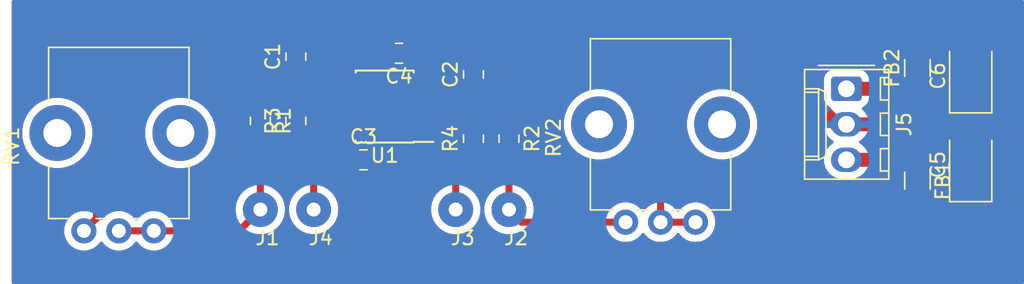
<source format=kicad_pcb>
(kicad_pcb (version 20171130) (host pcbnew "(5.1.2-1)-1")

  (general
    (thickness 1.6)
    (drawings 0)
    (tracks 75)
    (zones 0)
    (modules 20)
    (nets 14)
  )

  (page A4)
  (layers
    (0 F.Cu signal)
    (31 B.Cu signal)
    (32 B.Adhes user)
    (33 F.Adhes user)
    (34 B.Paste user)
    (35 F.Paste user)
    (36 B.SilkS user)
    (37 F.SilkS user)
    (38 B.Mask user)
    (39 F.Mask user)
    (40 Dwgs.User user)
    (41 Cmts.User user)
    (42 Eco1.User user)
    (43 Eco2.User user)
    (44 Edge.Cuts user)
    (45 Margin user)
    (46 B.CrtYd user)
    (47 F.CrtYd user)
    (48 B.Fab user)
    (49 F.Fab user)
  )

  (setup
    (last_trace_width 0.5)
    (trace_clearance 0.5)
    (zone_clearance 0.508)
    (zone_45_only no)
    (trace_min 0.2)
    (via_size 2.5)
    (via_drill 0.8)
    (via_min_size 0.4)
    (via_min_drill 0.3)
    (uvia_size 0.3)
    (uvia_drill 0.1)
    (uvias_allowed no)
    (uvia_min_size 0.2)
    (uvia_min_drill 0.1)
    (edge_width 0.05)
    (segment_width 0.2)
    (pcb_text_width 0.3)
    (pcb_text_size 1.5 1.5)
    (mod_edge_width 0.12)
    (mod_text_size 1 1)
    (mod_text_width 0.15)
    (pad_size 1.524 1.524)
    (pad_drill 0.762)
    (pad_to_mask_clearance 0.051)
    (solder_mask_min_width 0.25)
    (aux_axis_origin 0 0)
    (visible_elements FFFFFF7F)
    (pcbplotparams
      (layerselection 0x00000_ffffffff)
      (usegerberextensions false)
      (usegerberattributes false)
      (usegerberadvancedattributes false)
      (creategerberjobfile false)
      (excludeedgelayer true)
      (linewidth 0.100000)
      (plotframeref false)
      (viasonmask false)
      (mode 1)
      (useauxorigin false)
      (hpglpennumber 1)
      (hpglpenspeed 20)
      (hpglpendiameter 15.000000)
      (psnegative false)
      (psa4output false)
      (plotreference true)
      (plotvalue true)
      (plotinvisibletext false)
      (padsonsilk false)
      (subtractmaskfromsilk false)
      (outputformat 2)
      (mirror false)
      (drillshape 1)
      (scaleselection 1)
      (outputdirectory ""))
  )

  (net 0 "")
  (net 1 "Net-(C1-Pad1)")
  (net 2 GND)
  (net 3 "Net-(C2-Pad1)")
  (net 4 +5V)
  (net 5 -5V)
  (net 6 "Net-(FB1-Pad1)")
  (net 7 "Net-(FB2-Pad1)")
  (net 8 "Net-(J1-Pad1)")
  (net 9 "Net-(J2-Pad1)")
  (net 10 "Net-(J3-Pad1)")
  (net 11 "Net-(J4-Pad1)")
  (net 12 "Net-(R1-Pad1)")
  (net 13 "Net-(R2-Pad1)")

  (net_class Default "This is the default net class."
    (clearance 0.5)
    (trace_width 0.5)
    (via_dia 2.5)
    (via_drill 0.8)
    (uvia_dia 0.3)
    (uvia_drill 0.1)
    (add_net "Net-(C1-Pad1)")
    (add_net "Net-(C2-Pad1)")
    (add_net "Net-(J1-Pad1)")
    (add_net "Net-(J2-Pad1)")
    (add_net "Net-(J3-Pad1)")
    (add_net "Net-(J4-Pad1)")
    (add_net "Net-(R1-Pad1)")
    (add_net "Net-(R2-Pad1)")
  )

  (net_class power ""
    (clearance 0.5)
    (trace_width 1)
    (via_dia 3)
    (via_drill 0.8)
    (uvia_dia 0.3)
    (uvia_drill 0.1)
    (add_net +5V)
    (add_net -5V)
    (add_net GND)
    (add_net "Net-(FB1-Pad1)")
    (add_net "Net-(FB2-Pad1)")
  )

  (module synkie:C_0805_2012Metric_Pad1.15x1.40mm_HandSolder (layer F.Cu) (tedit 5B36C52B) (tstamp 5CF00BD0)
    (at 168.91 65.015 90)
    (descr "Capacitor SMD 0805 (2012 Metric), square (rectangular) end terminal, IPC_7351 nominal with elongated pad for handsoldering. (Body size source: https://docs.google.com/spreadsheets/d/1BsfQQcO9C6DZCsRaXUlFlo91Tg2WpOkGARC1WS5S8t0/edit?usp=sharing), generated with kicad-footprint-generator")
    (tags "capacitor handsolder")
    (path /5CF09A6F)
    (attr smd)
    (fp_text reference C1 (at 0 -1.65 90) (layer F.SilkS)
      (effects (font (size 1 1) (thickness 0.15)))
    )
    (fp_text value 10p (at 0 1.65 90) (layer F.Fab)
      (effects (font (size 1 1) (thickness 0.15)))
    )
    (fp_line (start -1 0.6) (end -1 -0.6) (layer F.Fab) (width 0.1))
    (fp_line (start -1 -0.6) (end 1 -0.6) (layer F.Fab) (width 0.1))
    (fp_line (start 1 -0.6) (end 1 0.6) (layer F.Fab) (width 0.1))
    (fp_line (start 1 0.6) (end -1 0.6) (layer F.Fab) (width 0.1))
    (fp_line (start -0.261252 -0.71) (end 0.261252 -0.71) (layer F.SilkS) (width 0.12))
    (fp_line (start -0.261252 0.71) (end 0.261252 0.71) (layer F.SilkS) (width 0.12))
    (fp_line (start -1.85 0.95) (end -1.85 -0.95) (layer F.CrtYd) (width 0.05))
    (fp_line (start -1.85 -0.95) (end 1.85 -0.95) (layer F.CrtYd) (width 0.05))
    (fp_line (start 1.85 -0.95) (end 1.85 0.95) (layer F.CrtYd) (width 0.05))
    (fp_line (start 1.85 0.95) (end -1.85 0.95) (layer F.CrtYd) (width 0.05))
    (fp_text user %R (at 0 0 90) (layer F.Fab)
      (effects (font (size 0.5 0.5) (thickness 0.08)))
    )
    (pad 1 smd roundrect (at -1.025 0 90) (size 1.15 1.4) (layers F.Cu F.Paste F.Mask) (roundrect_rratio 0.217391)
      (net 1 "Net-(C1-Pad1)"))
    (pad 2 smd roundrect (at 1.025 0 90) (size 1.15 1.4) (layers F.Cu F.Paste F.Mask) (roundrect_rratio 0.217391)
      (net 2 GND))
    (model ${KISYS3DMOD}/Capacitor_SMD.3dshapes/C_0805_2012Metric.wrl
      (at (xyz 0 0 0))
      (scale (xyz 1 1 1))
      (rotate (xyz 0 0 0))
    )
  )

  (module synkie:C_0805_2012Metric_Pad1.15x1.40mm_HandSolder (layer F.Cu) (tedit 5B36C52B) (tstamp 5CEFFD48)
    (at 181.61 66.285 90)
    (descr "Capacitor SMD 0805 (2012 Metric), square (rectangular) end terminal, IPC_7351 nominal with elongated pad for handsoldering. (Body size source: https://docs.google.com/spreadsheets/d/1BsfQQcO9C6DZCsRaXUlFlo91Tg2WpOkGARC1WS5S8t0/edit?usp=sharing), generated with kicad-footprint-generator")
    (tags "capacitor handsolder")
    (path /5CF0BC3B)
    (attr smd)
    (fp_text reference C2 (at 0 -1.65 90) (layer F.SilkS)
      (effects (font (size 1 1) (thickness 0.15)))
    )
    (fp_text value 10p (at 0 1.65 90) (layer F.Fab)
      (effects (font (size 1 1) (thickness 0.15)))
    )
    (fp_text user %R (at 0 0 90) (layer F.Fab)
      (effects (font (size 0.5 0.5) (thickness 0.08)))
    )
    (fp_line (start 1.85 0.95) (end -1.85 0.95) (layer F.CrtYd) (width 0.05))
    (fp_line (start 1.85 -0.95) (end 1.85 0.95) (layer F.CrtYd) (width 0.05))
    (fp_line (start -1.85 -0.95) (end 1.85 -0.95) (layer F.CrtYd) (width 0.05))
    (fp_line (start -1.85 0.95) (end -1.85 -0.95) (layer F.CrtYd) (width 0.05))
    (fp_line (start -0.261252 0.71) (end 0.261252 0.71) (layer F.SilkS) (width 0.12))
    (fp_line (start -0.261252 -0.71) (end 0.261252 -0.71) (layer F.SilkS) (width 0.12))
    (fp_line (start 1 0.6) (end -1 0.6) (layer F.Fab) (width 0.1))
    (fp_line (start 1 -0.6) (end 1 0.6) (layer F.Fab) (width 0.1))
    (fp_line (start -1 -0.6) (end 1 -0.6) (layer F.Fab) (width 0.1))
    (fp_line (start -1 0.6) (end -1 -0.6) (layer F.Fab) (width 0.1))
    (pad 2 smd roundrect (at 1.025 0 90) (size 1.15 1.4) (layers F.Cu F.Paste F.Mask) (roundrect_rratio 0.217391)
      (net 2 GND))
    (pad 1 smd roundrect (at -1.025 0 90) (size 1.15 1.4) (layers F.Cu F.Paste F.Mask) (roundrect_rratio 0.217391)
      (net 3 "Net-(C2-Pad1)"))
    (model ${KISYS3DMOD}/Capacitor_SMD.3dshapes/C_0805_2012Metric.wrl
      (at (xyz 0 0 0))
      (scale (xyz 1 1 1))
      (rotate (xyz 0 0 0))
    )
  )

  (module synkie:C_0805_2012Metric_Pad1.15x1.40mm_HandSolder (layer F.Cu) (tedit 5B36C52B) (tstamp 5CEFFD59)
    (at 173.745 72.39)
    (descr "Capacitor SMD 0805 (2012 Metric), square (rectangular) end terminal, IPC_7351 nominal with elongated pad for handsoldering. (Body size source: https://docs.google.com/spreadsheets/d/1BsfQQcO9C6DZCsRaXUlFlo91Tg2WpOkGARC1WS5S8t0/edit?usp=sharing), generated with kicad-footprint-generator")
    (tags "capacitor handsolder")
    (path /5CF1DF6E)
    (attr smd)
    (fp_text reference C3 (at 0 -1.65) (layer F.SilkS)
      (effects (font (size 1 1) (thickness 0.15)))
    )
    (fp_text value 100n (at 0 1.65) (layer F.Fab)
      (effects (font (size 1 1) (thickness 0.15)))
    )
    (fp_line (start -1 0.6) (end -1 -0.6) (layer F.Fab) (width 0.1))
    (fp_line (start -1 -0.6) (end 1 -0.6) (layer F.Fab) (width 0.1))
    (fp_line (start 1 -0.6) (end 1 0.6) (layer F.Fab) (width 0.1))
    (fp_line (start 1 0.6) (end -1 0.6) (layer F.Fab) (width 0.1))
    (fp_line (start -0.261252 -0.71) (end 0.261252 -0.71) (layer F.SilkS) (width 0.12))
    (fp_line (start -0.261252 0.71) (end 0.261252 0.71) (layer F.SilkS) (width 0.12))
    (fp_line (start -1.85 0.95) (end -1.85 -0.95) (layer F.CrtYd) (width 0.05))
    (fp_line (start -1.85 -0.95) (end 1.85 -0.95) (layer F.CrtYd) (width 0.05))
    (fp_line (start 1.85 -0.95) (end 1.85 0.95) (layer F.CrtYd) (width 0.05))
    (fp_line (start 1.85 0.95) (end -1.85 0.95) (layer F.CrtYd) (width 0.05))
    (fp_text user %R (at 0 0) (layer F.Fab)
      (effects (font (size 0.5 0.5) (thickness 0.08)))
    )
    (pad 1 smd roundrect (at -1.025 0) (size 1.15 1.4) (layers F.Cu F.Paste F.Mask) (roundrect_rratio 0.217391)
      (net 4 +5V))
    (pad 2 smd roundrect (at 1.025 0) (size 1.15 1.4) (layers F.Cu F.Paste F.Mask) (roundrect_rratio 0.217391)
      (net 2 GND))
    (model ${KISYS3DMOD}/Capacitor_SMD.3dshapes/C_0805_2012Metric.wrl
      (at (xyz 0 0 0))
      (scale (xyz 1 1 1))
      (rotate (xyz 0 0 0))
    )
  )

  (module synkie:C_0805_2012Metric_Pad1.15x1.40mm_HandSolder (layer F.Cu) (tedit 5B36C52B) (tstamp 5CEFFD6A)
    (at 176.285 64.77 180)
    (descr "Capacitor SMD 0805 (2012 Metric), square (rectangular) end terminal, IPC_7351 nominal with elongated pad for handsoldering. (Body size source: https://docs.google.com/spreadsheets/d/1BsfQQcO9C6DZCsRaXUlFlo91Tg2WpOkGARC1WS5S8t0/edit?usp=sharing), generated with kicad-footprint-generator")
    (tags "capacitor handsolder")
    (path /5CF1EF18)
    (attr smd)
    (fp_text reference C4 (at 0 -1.65) (layer F.SilkS)
      (effects (font (size 1 1) (thickness 0.15)))
    )
    (fp_text value 100n (at 0 1.65) (layer F.Fab)
      (effects (font (size 1 1) (thickness 0.15)))
    )
    (fp_text user %R (at 0 0) (layer F.Fab)
      (effects (font (size 0.5 0.5) (thickness 0.08)))
    )
    (fp_line (start 1.85 0.95) (end -1.85 0.95) (layer F.CrtYd) (width 0.05))
    (fp_line (start 1.85 -0.95) (end 1.85 0.95) (layer F.CrtYd) (width 0.05))
    (fp_line (start -1.85 -0.95) (end 1.85 -0.95) (layer F.CrtYd) (width 0.05))
    (fp_line (start -1.85 0.95) (end -1.85 -0.95) (layer F.CrtYd) (width 0.05))
    (fp_line (start -0.261252 0.71) (end 0.261252 0.71) (layer F.SilkS) (width 0.12))
    (fp_line (start -0.261252 -0.71) (end 0.261252 -0.71) (layer F.SilkS) (width 0.12))
    (fp_line (start 1 0.6) (end -1 0.6) (layer F.Fab) (width 0.1))
    (fp_line (start 1 -0.6) (end 1 0.6) (layer F.Fab) (width 0.1))
    (fp_line (start -1 -0.6) (end 1 -0.6) (layer F.Fab) (width 0.1))
    (fp_line (start -1 0.6) (end -1 -0.6) (layer F.Fab) (width 0.1))
    (pad 2 smd roundrect (at 1.025 0 180) (size 1.15 1.4) (layers F.Cu F.Paste F.Mask) (roundrect_rratio 0.217391)
      (net 2 GND))
    (pad 1 smd roundrect (at -1.025 0 180) (size 1.15 1.4) (layers F.Cu F.Paste F.Mask) (roundrect_rratio 0.217391)
      (net 5 -5V))
    (model ${KISYS3DMOD}/Capacitor_SMD.3dshapes/C_0805_2012Metric.wrl
      (at (xyz 0 0 0))
      (scale (xyz 1 1 1))
      (rotate (xyz 0 0 0))
    )
  )

  (module synkie:CP_EIA-3528-21_Kemet-B_Pad1.50x2.35mm_HandSolder (layer F.Cu) (tedit 5B342532) (tstamp 5CF003B9)
    (at 217.17 72.745 90)
    (descr "Tantalum Capacitor SMD Kemet-B (3528-21 Metric), IPC_7351 nominal, (Body size from: http://www.kemet.com/Lists/ProductCatalog/Attachments/253/KEM_TC101_STD.pdf), generated with kicad-footprint-generator")
    (tags "capacitor tantalum")
    (path /5CF35EA8)
    (attr smd)
    (fp_text reference C5 (at 0 -2.35 90) (layer F.SilkS)
      (effects (font (size 1 1) (thickness 0.15)))
    )
    (fp_text value 10u (at 0 2.35 90) (layer F.Fab)
      (effects (font (size 1 1) (thickness 0.15)))
    )
    (fp_line (start 1.75 -1.4) (end -1.05 -1.4) (layer F.Fab) (width 0.1))
    (fp_line (start -1.05 -1.4) (end -1.75 -0.7) (layer F.Fab) (width 0.1))
    (fp_line (start -1.75 -0.7) (end -1.75 1.4) (layer F.Fab) (width 0.1))
    (fp_line (start -1.75 1.4) (end 1.75 1.4) (layer F.Fab) (width 0.1))
    (fp_line (start 1.75 1.4) (end 1.75 -1.4) (layer F.Fab) (width 0.1))
    (fp_line (start 1.75 -1.51) (end -2.635 -1.51) (layer F.SilkS) (width 0.12))
    (fp_line (start -2.635 -1.51) (end -2.635 1.51) (layer F.SilkS) (width 0.12))
    (fp_line (start -2.635 1.51) (end 1.75 1.51) (layer F.SilkS) (width 0.12))
    (fp_line (start -2.62 1.65) (end -2.62 -1.65) (layer F.CrtYd) (width 0.05))
    (fp_line (start -2.62 -1.65) (end 2.62 -1.65) (layer F.CrtYd) (width 0.05))
    (fp_line (start 2.62 -1.65) (end 2.62 1.65) (layer F.CrtYd) (width 0.05))
    (fp_line (start 2.62 1.65) (end -2.62 1.65) (layer F.CrtYd) (width 0.05))
    (fp_text user %R (at 0 0 90) (layer F.Fab)
      (effects (font (size 0.88 0.88) (thickness 0.13)))
    )
    (pad 1 smd roundrect (at -1.625 0 90) (size 1.5 2.35) (layers F.Cu F.Paste F.Mask) (roundrect_rratio 0.166667)
      (net 4 +5V))
    (pad 2 smd roundrect (at 1.625 0 90) (size 1.5 2.35) (layers F.Cu F.Paste F.Mask) (roundrect_rratio 0.166667)
      (net 2 GND))
    (model ${KISYS3DMOD}/Capacitor_Tantalum_SMD.3dshapes/CP_EIA-3528-21_Kemet-B.wrl
      (at (xyz 0 0 0))
      (scale (xyz 1 1 1))
      (rotate (xyz 0 0 0))
    )
  )

  (module synkie:CP_EIA-3528-21_Kemet-B_Pad1.50x2.35mm_HandSolder (layer F.Cu) (tedit 5B342532) (tstamp 5CEFFD90)
    (at 217.17 66.395 90)
    (descr "Tantalum Capacitor SMD Kemet-B (3528-21 Metric), IPC_7351 nominal, (Body size from: http://www.kemet.com/Lists/ProductCatalog/Attachments/253/KEM_TC101_STD.pdf), generated with kicad-footprint-generator")
    (tags "capacitor tantalum")
    (path /5CF3B22D)
    (attr smd)
    (fp_text reference C6 (at 0 -2.35 90) (layer F.SilkS)
      (effects (font (size 1 1) (thickness 0.15)))
    )
    (fp_text value 10u (at 0 2.35 90) (layer F.Fab)
      (effects (font (size 1 1) (thickness 0.15)))
    )
    (fp_text user %R (at 0 0 90) (layer F.Fab)
      (effects (font (size 0.88 0.88) (thickness 0.13)))
    )
    (fp_line (start 2.62 1.65) (end -2.62 1.65) (layer F.CrtYd) (width 0.05))
    (fp_line (start 2.62 -1.65) (end 2.62 1.65) (layer F.CrtYd) (width 0.05))
    (fp_line (start -2.62 -1.65) (end 2.62 -1.65) (layer F.CrtYd) (width 0.05))
    (fp_line (start -2.62 1.65) (end -2.62 -1.65) (layer F.CrtYd) (width 0.05))
    (fp_line (start -2.635 1.51) (end 1.75 1.51) (layer F.SilkS) (width 0.12))
    (fp_line (start -2.635 -1.51) (end -2.635 1.51) (layer F.SilkS) (width 0.12))
    (fp_line (start 1.75 -1.51) (end -2.635 -1.51) (layer F.SilkS) (width 0.12))
    (fp_line (start 1.75 1.4) (end 1.75 -1.4) (layer F.Fab) (width 0.1))
    (fp_line (start -1.75 1.4) (end 1.75 1.4) (layer F.Fab) (width 0.1))
    (fp_line (start -1.75 -0.7) (end -1.75 1.4) (layer F.Fab) (width 0.1))
    (fp_line (start -1.05 -1.4) (end -1.75 -0.7) (layer F.Fab) (width 0.1))
    (fp_line (start 1.75 -1.4) (end -1.05 -1.4) (layer F.Fab) (width 0.1))
    (pad 2 smd roundrect (at 1.625 0 90) (size 1.5 2.35) (layers F.Cu F.Paste F.Mask) (roundrect_rratio 0.166667)
      (net 5 -5V))
    (pad 1 smd roundrect (at -1.625 0 90) (size 1.5 2.35) (layers F.Cu F.Paste F.Mask) (roundrect_rratio 0.166667)
      (net 2 GND))
    (model ${KISYS3DMOD}/Capacitor_Tantalum_SMD.3dshapes/CP_EIA-3528-21_Kemet-B.wrl
      (at (xyz 0 0 0))
      (scale (xyz 1 1 1))
      (rotate (xyz 0 0 0))
    )
  )

  (module synkie:L_1206_3216Metric_Pad1.42x1.75mm_HandSolder (layer F.Cu) (tedit 5B301BBE) (tstamp 5CF13237)
    (at 213.36 73.8775 270)
    (descr "Capacitor SMD 1206 (3216 Metric), square (rectangular) end terminal, IPC_7351 nominal with elongated pad for handsoldering. (Body size source: http://www.tortai-tech.com/upload/download/2011102023233369053.pdf), generated with kicad-footprint-generator")
    (tags "inductor handsolder")
    (path /5CF2EF68)
    (attr smd)
    (fp_text reference FB1 (at 0 -1.82 90) (layer F.SilkS)
      (effects (font (size 1 1) (thickness 0.15)))
    )
    (fp_text value Ferrite_Bead (at 0 1.82 90) (layer F.Fab)
      (effects (font (size 1 1) (thickness 0.15)))
    )
    (fp_line (start -1.6 0.8) (end -1.6 -0.8) (layer F.Fab) (width 0.1))
    (fp_line (start -1.6 -0.8) (end 1.6 -0.8) (layer F.Fab) (width 0.1))
    (fp_line (start 1.6 -0.8) (end 1.6 0.8) (layer F.Fab) (width 0.1))
    (fp_line (start 1.6 0.8) (end -1.6 0.8) (layer F.Fab) (width 0.1))
    (fp_line (start -0.602064 -0.91) (end 0.602064 -0.91) (layer F.SilkS) (width 0.12))
    (fp_line (start -0.602064 0.91) (end 0.602064 0.91) (layer F.SilkS) (width 0.12))
    (fp_line (start -2.45 1.12) (end -2.45 -1.12) (layer F.CrtYd) (width 0.05))
    (fp_line (start -2.45 -1.12) (end 2.45 -1.12) (layer F.CrtYd) (width 0.05))
    (fp_line (start 2.45 -1.12) (end 2.45 1.12) (layer F.CrtYd) (width 0.05))
    (fp_line (start 2.45 1.12) (end -2.45 1.12) (layer F.CrtYd) (width 0.05))
    (fp_text user %R (at 0 0 90) (layer F.Fab)
      (effects (font (size 0.8 0.8) (thickness 0.12)))
    )
    (pad 1 smd roundrect (at -1.4875 0 270) (size 1.425 1.75) (layers F.Cu F.Paste F.Mask) (roundrect_rratio 0.175439)
      (net 6 "Net-(FB1-Pad1)"))
    (pad 2 smd roundrect (at 1.4875 0 270) (size 1.425 1.75) (layers F.Cu F.Paste F.Mask) (roundrect_rratio 0.175439)
      (net 4 +5V))
    (model ${KISYS3DMOD}/Inductor_SMD.3dshapes/L_1206_3216Metric.wrl
      (at (xyz 0 0 0))
      (scale (xyz 1 1 1))
      (rotate (xyz 0 0 0))
    )
  )

  (module synkie:L_1206_3216Metric_Pad1.42x1.75mm_HandSolder (layer F.Cu) (tedit 5B301BBE) (tstamp 5CEFFDB2)
    (at 213.36 65.8225 90)
    (descr "Capacitor SMD 1206 (3216 Metric), square (rectangular) end terminal, IPC_7351 nominal with elongated pad for handsoldering. (Body size source: http://www.tortai-tech.com/upload/download/2011102023233369053.pdf), generated with kicad-footprint-generator")
    (tags "inductor handsolder")
    (path /5CF2FF42)
    (attr smd)
    (fp_text reference FB2 (at 0 -1.82 90) (layer F.SilkS)
      (effects (font (size 1 1) (thickness 0.15)))
    )
    (fp_text value Ferrite_Bead (at 0 1.82 90) (layer F.Fab)
      (effects (font (size 1 1) (thickness 0.15)))
    )
    (fp_text user %R (at 0 0 90) (layer F.Fab)
      (effects (font (size 0.8 0.8) (thickness 0.12)))
    )
    (fp_line (start 2.45 1.12) (end -2.45 1.12) (layer F.CrtYd) (width 0.05))
    (fp_line (start 2.45 -1.12) (end 2.45 1.12) (layer F.CrtYd) (width 0.05))
    (fp_line (start -2.45 -1.12) (end 2.45 -1.12) (layer F.CrtYd) (width 0.05))
    (fp_line (start -2.45 1.12) (end -2.45 -1.12) (layer F.CrtYd) (width 0.05))
    (fp_line (start -0.602064 0.91) (end 0.602064 0.91) (layer F.SilkS) (width 0.12))
    (fp_line (start -0.602064 -0.91) (end 0.602064 -0.91) (layer F.SilkS) (width 0.12))
    (fp_line (start 1.6 0.8) (end -1.6 0.8) (layer F.Fab) (width 0.1))
    (fp_line (start 1.6 -0.8) (end 1.6 0.8) (layer F.Fab) (width 0.1))
    (fp_line (start -1.6 -0.8) (end 1.6 -0.8) (layer F.Fab) (width 0.1))
    (fp_line (start -1.6 0.8) (end -1.6 -0.8) (layer F.Fab) (width 0.1))
    (pad 2 smd roundrect (at 1.4875 0 90) (size 1.425 1.75) (layers F.Cu F.Paste F.Mask) (roundrect_rratio 0.175439)
      (net 5 -5V))
    (pad 1 smd roundrect (at -1.4875 0 90) (size 1.425 1.75) (layers F.Cu F.Paste F.Mask) (roundrect_rratio 0.175439)
      (net 7 "Net-(FB2-Pad1)"))
    (model ${KISYS3DMOD}/Inductor_SMD.3dshapes/L_1206_3216Metric.wrl
      (at (xyz 0 0 0))
      (scale (xyz 1 1 1))
      (rotate (xyz 0 0 0))
    )
  )

  (module synkie:Solderpad_1mm (layer F.Cu) (tedit 5C6B1640) (tstamp 5CEFFDB7)
    (at 166.878 76.2)
    (path /5CF279D9)
    (fp_text reference J1 (at 0 1.778) (layer F.SilkS)
      (effects (font (size 1 1) (thickness 0.15)))
    )
    (fp_text value Conn_01x01 (at 0 -2.032) (layer F.Fab)
      (effects (font (size 1 1) (thickness 0.15)))
    )
    (pad 1 thru_hole circle (at -0.508 -0.254) (size 2.5 2.5) (drill 1) (layers *.Cu *.Mask)
      (net 8 "Net-(J1-Pad1)"))
  )

  (module synkie:Solderpad_1mm (layer F.Cu) (tedit 5C6B1640) (tstamp 5CEFFDBC)
    (at 184.658 76.2)
    (path /5CF2851C)
    (fp_text reference J2 (at 0 1.778) (layer F.SilkS)
      (effects (font (size 1 1) (thickness 0.15)))
    )
    (fp_text value Conn_01x01 (at 0 -2.032) (layer F.Fab)
      (effects (font (size 1 1) (thickness 0.15)))
    )
    (pad 1 thru_hole circle (at -0.508 -0.254) (size 2.5 2.5) (drill 1) (layers *.Cu *.Mask)
      (net 9 "Net-(J2-Pad1)"))
  )

  (module synkie:Solderpad_1mm (layer F.Cu) (tedit 5C6B1640) (tstamp 5CEFFDC1)
    (at 180.848 76.2)
    (path /5CF2941F)
    (fp_text reference J3 (at 0 1.778) (layer F.SilkS)
      (effects (font (size 1 1) (thickness 0.15)))
    )
    (fp_text value Conn_01x01 (at 0 -2.032) (layer F.Fab)
      (effects (font (size 1 1) (thickness 0.15)))
    )
    (pad 1 thru_hole circle (at -0.508 -0.254) (size 2.5 2.5) (drill 1) (layers *.Cu *.Mask)
      (net 10 "Net-(J3-Pad1)"))
  )

  (module synkie:Solderpad_1mm (layer F.Cu) (tedit 5C6B1640) (tstamp 5CF14203)
    (at 170.688 76.2)
    (path /5CF28D17)
    (fp_text reference J4 (at 0 1.778) (layer F.SilkS)
      (effects (font (size 1 1) (thickness 0.15)))
    )
    (fp_text value Conn_01x01 (at 0 -2.032) (layer F.Fab)
      (effects (font (size 1 1) (thickness 0.15)))
    )
    (pad 1 thru_hole circle (at -0.508 -0.254) (size 2.5 2.5) (drill 1) (layers *.Cu *.Mask)
      (net 11 "Net-(J4-Pad1)"))
  )

  (module synkie:Molex_KK-254_AE-6410-03A_1x03_P2.54mm_Vertical (layer F.Cu) (tedit 5B78013E) (tstamp 5CF001BF)
    (at 208.28 67.31 270)
    (descr "Molex KK-254 Interconnect System, old/engineering part number: AE-6410-03A example for new part number: 22-27-2031, 3 Pins (http://www.molex.com/pdm_docs/sd/022272021_sd.pdf), generated with kicad-footprint-generator")
    (tags "connector Molex KK-254 side entry")
    (path /5CF2C01D)
    (fp_text reference J5 (at 2.54 -4.12 90) (layer F.SilkS)
      (effects (font (size 1 1) (thickness 0.15)))
    )
    (fp_text value Conn_01x03 (at 2.54 4.08 90) (layer F.Fab)
      (effects (font (size 1 1) (thickness 0.15)))
    )
    (fp_line (start -1.27 -2.92) (end -1.27 2.88) (layer F.Fab) (width 0.1))
    (fp_line (start -1.27 2.88) (end 6.35 2.88) (layer F.Fab) (width 0.1))
    (fp_line (start 6.35 2.88) (end 6.35 -2.92) (layer F.Fab) (width 0.1))
    (fp_line (start 6.35 -2.92) (end -1.27 -2.92) (layer F.Fab) (width 0.1))
    (fp_line (start -1.38 -3.03) (end -1.38 2.99) (layer F.SilkS) (width 0.12))
    (fp_line (start -1.38 2.99) (end 6.46 2.99) (layer F.SilkS) (width 0.12))
    (fp_line (start 6.46 2.99) (end 6.46 -3.03) (layer F.SilkS) (width 0.12))
    (fp_line (start 6.46 -3.03) (end -1.38 -3.03) (layer F.SilkS) (width 0.12))
    (fp_line (start -1.67 -2) (end -1.67 2) (layer F.SilkS) (width 0.12))
    (fp_line (start -1.27 -0.5) (end -0.562893 0) (layer F.Fab) (width 0.1))
    (fp_line (start -0.562893 0) (end -1.27 0.5) (layer F.Fab) (width 0.1))
    (fp_line (start 0 2.99) (end 0 1.99) (layer F.SilkS) (width 0.12))
    (fp_line (start 0 1.99) (end 5.08 1.99) (layer F.SilkS) (width 0.12))
    (fp_line (start 5.08 1.99) (end 5.08 2.99) (layer F.SilkS) (width 0.12))
    (fp_line (start 0 1.99) (end 0.25 1.46) (layer F.SilkS) (width 0.12))
    (fp_line (start 0.25 1.46) (end 4.83 1.46) (layer F.SilkS) (width 0.12))
    (fp_line (start 4.83 1.46) (end 5.08 1.99) (layer F.SilkS) (width 0.12))
    (fp_line (start 0.25 2.99) (end 0.25 1.99) (layer F.SilkS) (width 0.12))
    (fp_line (start 4.83 2.99) (end 4.83 1.99) (layer F.SilkS) (width 0.12))
    (fp_line (start -0.8 -3.03) (end -0.8 -2.43) (layer F.SilkS) (width 0.12))
    (fp_line (start -0.8 -2.43) (end 0.8 -2.43) (layer F.SilkS) (width 0.12))
    (fp_line (start 0.8 -2.43) (end 0.8 -3.03) (layer F.SilkS) (width 0.12))
    (fp_line (start 1.74 -3.03) (end 1.74 -2.43) (layer F.SilkS) (width 0.12))
    (fp_line (start 1.74 -2.43) (end 3.34 -2.43) (layer F.SilkS) (width 0.12))
    (fp_line (start 3.34 -2.43) (end 3.34 -3.03) (layer F.SilkS) (width 0.12))
    (fp_line (start 4.28 -3.03) (end 4.28 -2.43) (layer F.SilkS) (width 0.12))
    (fp_line (start 4.28 -2.43) (end 5.88 -2.43) (layer F.SilkS) (width 0.12))
    (fp_line (start 5.88 -2.43) (end 5.88 -3.03) (layer F.SilkS) (width 0.12))
    (fp_line (start -1.77 -3.42) (end -1.77 3.38) (layer F.CrtYd) (width 0.05))
    (fp_line (start -1.77 3.38) (end 6.85 3.38) (layer F.CrtYd) (width 0.05))
    (fp_line (start 6.85 3.38) (end 6.85 -3.42) (layer F.CrtYd) (width 0.05))
    (fp_line (start 6.85 -3.42) (end -1.77 -3.42) (layer F.CrtYd) (width 0.05))
    (fp_text user %R (at 2.54 -2.22 90) (layer F.Fab)
      (effects (font (size 1 1) (thickness 0.15)))
    )
    (pad 1 thru_hole roundrect (at 0 0 270) (size 1.74 2.2) (drill 1.2) (layers *.Cu *.Mask) (roundrect_rratio 0.143678)
      (net 7 "Net-(FB2-Pad1)"))
    (pad 2 thru_hole oval (at 2.54 0 270) (size 1.74 2.2) (drill 1.2) (layers *.Cu *.Mask)
      (net 2 GND))
    (pad 3 thru_hole oval (at 5.08 0 270) (size 1.74 2.2) (drill 1.2) (layers *.Cu *.Mask)
      (net 6 "Net-(FB1-Pad1)"))
    (model ${KISYS3DMOD}/Connector_Molex.3dshapes/Molex_KK-254_AE-6410-03A_1x03_P2.54mm_Vertical.wrl
      (at (xyz 0 0 0))
      (scale (xyz 1 1 1))
      (rotate (xyz 0 0 0))
    )
  )

  (module synkie:R_0805_2012Metric_Pad1.15x1.40mm_HandSolder (layer F.Cu) (tedit 5B36C52B) (tstamp 5CEFFDFF)
    (at 166.37 69.605 270)
    (descr "Resistor SMD 0805 (2012 Metric), square (rectangular) end terminal, IPC_7351 nominal with elongated pad for handsoldering. (Body size source: https://docs.google.com/spreadsheets/d/1BsfQQcO9C6DZCsRaXUlFlo91Tg2WpOkGARC1WS5S8t0/edit?usp=sharing), generated with kicad-footprint-generator")
    (tags "resistor handsolder")
    (path /5CF0371B)
    (attr smd)
    (fp_text reference R1 (at 0 -1.65 90) (layer F.SilkS)
      (effects (font (size 1 1) (thickness 0.15)))
    )
    (fp_text value 220 (at 0 1.65 90) (layer F.Fab)
      (effects (font (size 1 1) (thickness 0.15)))
    )
    (fp_line (start -1 0.6) (end -1 -0.6) (layer F.Fab) (width 0.1))
    (fp_line (start -1 -0.6) (end 1 -0.6) (layer F.Fab) (width 0.1))
    (fp_line (start 1 -0.6) (end 1 0.6) (layer F.Fab) (width 0.1))
    (fp_line (start 1 0.6) (end -1 0.6) (layer F.Fab) (width 0.1))
    (fp_line (start -0.261252 -0.71) (end 0.261252 -0.71) (layer F.SilkS) (width 0.12))
    (fp_line (start -0.261252 0.71) (end 0.261252 0.71) (layer F.SilkS) (width 0.12))
    (fp_line (start -1.85 0.95) (end -1.85 -0.95) (layer F.CrtYd) (width 0.05))
    (fp_line (start -1.85 -0.95) (end 1.85 -0.95) (layer F.CrtYd) (width 0.05))
    (fp_line (start 1.85 -0.95) (end 1.85 0.95) (layer F.CrtYd) (width 0.05))
    (fp_line (start 1.85 0.95) (end -1.85 0.95) (layer F.CrtYd) (width 0.05))
    (fp_text user %R (at 0 0 90) (layer F.Fab)
      (effects (font (size 0.5 0.5) (thickness 0.08)))
    )
    (pad 1 smd roundrect (at -1.025 0 270) (size 1.15 1.4) (layers F.Cu F.Paste F.Mask) (roundrect_rratio 0.217391)
      (net 12 "Net-(R1-Pad1)"))
    (pad 2 smd roundrect (at 1.025 0 270) (size 1.15 1.4) (layers F.Cu F.Paste F.Mask) (roundrect_rratio 0.217391)
      (net 8 "Net-(J1-Pad1)"))
    (model ${KISYS3DMOD}/Resistor_SMD.3dshapes/R_0805_2012Metric.wrl
      (at (xyz 0 0 0))
      (scale (xyz 1 1 1))
      (rotate (xyz 0 0 0))
    )
  )

  (module synkie:R_0805_2012Metric_Pad1.15x1.40mm_HandSolder (layer F.Cu) (tedit 5B36C52B) (tstamp 5CEFFE10)
    (at 184.15 70.875 270)
    (descr "Resistor SMD 0805 (2012 Metric), square (rectangular) end terminal, IPC_7351 nominal with elongated pad for handsoldering. (Body size source: https://docs.google.com/spreadsheets/d/1BsfQQcO9C6DZCsRaXUlFlo91Tg2WpOkGARC1WS5S8t0/edit?usp=sharing), generated with kicad-footprint-generator")
    (tags "resistor handsolder")
    (path /5CF07F29)
    (attr smd)
    (fp_text reference R2 (at 0 -1.65 90) (layer F.SilkS)
      (effects (font (size 1 1) (thickness 0.15)))
    )
    (fp_text value 220 (at 0 1.65 90) (layer F.Fab)
      (effects (font (size 1 1) (thickness 0.15)))
    )
    (fp_line (start -1 0.6) (end -1 -0.6) (layer F.Fab) (width 0.1))
    (fp_line (start -1 -0.6) (end 1 -0.6) (layer F.Fab) (width 0.1))
    (fp_line (start 1 -0.6) (end 1 0.6) (layer F.Fab) (width 0.1))
    (fp_line (start 1 0.6) (end -1 0.6) (layer F.Fab) (width 0.1))
    (fp_line (start -0.261252 -0.71) (end 0.261252 -0.71) (layer F.SilkS) (width 0.12))
    (fp_line (start -0.261252 0.71) (end 0.261252 0.71) (layer F.SilkS) (width 0.12))
    (fp_line (start -1.85 0.95) (end -1.85 -0.95) (layer F.CrtYd) (width 0.05))
    (fp_line (start -1.85 -0.95) (end 1.85 -0.95) (layer F.CrtYd) (width 0.05))
    (fp_line (start 1.85 -0.95) (end 1.85 0.95) (layer F.CrtYd) (width 0.05))
    (fp_line (start 1.85 0.95) (end -1.85 0.95) (layer F.CrtYd) (width 0.05))
    (fp_text user %R (at 0 0 90) (layer F.Fab)
      (effects (font (size 0.5 0.5) (thickness 0.08)))
    )
    (pad 1 smd roundrect (at -1.025 0 270) (size 1.15 1.4) (layers F.Cu F.Paste F.Mask) (roundrect_rratio 0.217391)
      (net 13 "Net-(R2-Pad1)"))
    (pad 2 smd roundrect (at 1.025 0 270) (size 1.15 1.4) (layers F.Cu F.Paste F.Mask) (roundrect_rratio 0.217391)
      (net 9 "Net-(J2-Pad1)"))
    (model ${KISYS3DMOD}/Resistor_SMD.3dshapes/R_0805_2012Metric.wrl
      (at (xyz 0 0 0))
      (scale (xyz 1 1 1))
      (rotate (xyz 0 0 0))
    )
  )

  (module synkie:R_0805_2012Metric_Pad1.15x1.40mm_HandSolder (layer F.Cu) (tedit 5B36C52B) (tstamp 5CF00B4F)
    (at 168.91 69.605 90)
    (descr "Resistor SMD 0805 (2012 Metric), square (rectangular) end terminal, IPC_7351 nominal with elongated pad for handsoldering. (Body size source: https://docs.google.com/spreadsheets/d/1BsfQQcO9C6DZCsRaXUlFlo91Tg2WpOkGARC1WS5S8t0/edit?usp=sharing), generated with kicad-footprint-generator")
    (tags "resistor handsolder")
    (path /5CF077C1)
    (attr smd)
    (fp_text reference R3 (at 0 -1.65 90) (layer F.SilkS)
      (effects (font (size 1 1) (thickness 0.15)))
    )
    (fp_text value 220 (at 0 1.65 90) (layer F.Fab)
      (effects (font (size 1 1) (thickness 0.15)))
    )
    (fp_text user %R (at 0 0 90) (layer F.Fab)
      (effects (font (size 0.5 0.5) (thickness 0.08)))
    )
    (fp_line (start 1.85 0.95) (end -1.85 0.95) (layer F.CrtYd) (width 0.05))
    (fp_line (start 1.85 -0.95) (end 1.85 0.95) (layer F.CrtYd) (width 0.05))
    (fp_line (start -1.85 -0.95) (end 1.85 -0.95) (layer F.CrtYd) (width 0.05))
    (fp_line (start -1.85 0.95) (end -1.85 -0.95) (layer F.CrtYd) (width 0.05))
    (fp_line (start -0.261252 0.71) (end 0.261252 0.71) (layer F.SilkS) (width 0.12))
    (fp_line (start -0.261252 -0.71) (end 0.261252 -0.71) (layer F.SilkS) (width 0.12))
    (fp_line (start 1 0.6) (end -1 0.6) (layer F.Fab) (width 0.1))
    (fp_line (start 1 -0.6) (end 1 0.6) (layer F.Fab) (width 0.1))
    (fp_line (start -1 -0.6) (end 1 -0.6) (layer F.Fab) (width 0.1))
    (fp_line (start -1 0.6) (end -1 -0.6) (layer F.Fab) (width 0.1))
    (pad 2 smd roundrect (at 1.025 0 90) (size 1.15 1.4) (layers F.Cu F.Paste F.Mask) (roundrect_rratio 0.217391)
      (net 12 "Net-(R1-Pad1)"))
    (pad 1 smd roundrect (at -1.025 0 90) (size 1.15 1.4) (layers F.Cu F.Paste F.Mask) (roundrect_rratio 0.217391)
      (net 11 "Net-(J4-Pad1)"))
    (model ${KISYS3DMOD}/Resistor_SMD.3dshapes/R_0805_2012Metric.wrl
      (at (xyz 0 0 0))
      (scale (xyz 1 1 1))
      (rotate (xyz 0 0 0))
    )
  )

  (module synkie:R_0805_2012Metric_Pad1.15x1.40mm_HandSolder (layer F.Cu) (tedit 5B36C52B) (tstamp 5CF13C4B)
    (at 181.61 70.875 90)
    (descr "Resistor SMD 0805 (2012 Metric), square (rectangular) end terminal, IPC_7351 nominal with elongated pad for handsoldering. (Body size source: https://docs.google.com/spreadsheets/d/1BsfQQcO9C6DZCsRaXUlFlo91Tg2WpOkGARC1WS5S8t0/edit?usp=sharing), generated with kicad-footprint-generator")
    (tags "resistor handsolder")
    (path /5CF09288)
    (attr smd)
    (fp_text reference R4 (at 0 -1.65 90) (layer F.SilkS)
      (effects (font (size 1 1) (thickness 0.15)))
    )
    (fp_text value 220 (at 0 1.65 90) (layer F.Fab)
      (effects (font (size 1 1) (thickness 0.15)))
    )
    (fp_text user %R (at 0 0 90) (layer F.Fab)
      (effects (font (size 0.5 0.5) (thickness 0.08)))
    )
    (fp_line (start 1.85 0.95) (end -1.85 0.95) (layer F.CrtYd) (width 0.05))
    (fp_line (start 1.85 -0.95) (end 1.85 0.95) (layer F.CrtYd) (width 0.05))
    (fp_line (start -1.85 -0.95) (end 1.85 -0.95) (layer F.CrtYd) (width 0.05))
    (fp_line (start -1.85 0.95) (end -1.85 -0.95) (layer F.CrtYd) (width 0.05))
    (fp_line (start -0.261252 0.71) (end 0.261252 0.71) (layer F.SilkS) (width 0.12))
    (fp_line (start -0.261252 -0.71) (end 0.261252 -0.71) (layer F.SilkS) (width 0.12))
    (fp_line (start 1 0.6) (end -1 0.6) (layer F.Fab) (width 0.1))
    (fp_line (start 1 -0.6) (end 1 0.6) (layer F.Fab) (width 0.1))
    (fp_line (start -1 -0.6) (end 1 -0.6) (layer F.Fab) (width 0.1))
    (fp_line (start -1 0.6) (end -1 -0.6) (layer F.Fab) (width 0.1))
    (pad 2 smd roundrect (at 1.025 0 90) (size 1.15 1.4) (layers F.Cu F.Paste F.Mask) (roundrect_rratio 0.217391)
      (net 13 "Net-(R2-Pad1)"))
    (pad 1 smd roundrect (at -1.025 0 90) (size 1.15 1.4) (layers F.Cu F.Paste F.Mask) (roundrect_rratio 0.217391)
      (net 10 "Net-(J3-Pad1)"))
    (model ${KISYS3DMOD}/Resistor_SMD.3dshapes/R_0805_2012Metric.wrl
      (at (xyz 0 0 0))
      (scale (xyz 1 1 1))
      (rotate (xyz 0 0 0))
    )
  )

  (module synkie:Potentiometer_Alps_RK09K_Single_Vertical (layer F.Cu) (tedit 5A3D4993) (tstamp 5CEFFE4E)
    (at 158.75 77.47 90)
    (descr "Potentiometer, vertical, Alps RK09K Single, http://www.alps.com/prod/info/E/HTML/Potentiometer/RotaryPotentiometers/RK09K/RK09K_list.html")
    (tags "Potentiometer vertical Alps RK09K Single")
    (path /5CF18B52)
    (fp_text reference RV1 (at 6.05 -10.15 90) (layer F.SilkS)
      (effects (font (size 1 1) (thickness 0.15)))
    )
    (fp_text value 10k (at 6.05 5.15 90) (layer F.Fab)
      (effects (font (size 1 1) (thickness 0.15)))
    )
    (fp_circle (center 7.5 -2.5) (end 10.5 -2.5) (layer F.Fab) (width 0.1))
    (fp_line (start 1 -7.4) (end 1 2.4) (layer F.Fab) (width 0.1))
    (fp_line (start 1 2.4) (end 13 2.4) (layer F.Fab) (width 0.1))
    (fp_line (start 13 2.4) (end 13 -7.4) (layer F.Fab) (width 0.1))
    (fp_line (start 13 -7.4) (end 1 -7.4) (layer F.Fab) (width 0.1))
    (fp_line (start 0.88 -7.521) (end 4.817 -7.521) (layer F.SilkS) (width 0.12))
    (fp_line (start 9.184 -7.521) (end 13.12 -7.521) (layer F.SilkS) (width 0.12))
    (fp_line (start 0.88 2.52) (end 4.817 2.52) (layer F.SilkS) (width 0.12))
    (fp_line (start 9.184 2.52) (end 13.12 2.52) (layer F.SilkS) (width 0.12))
    (fp_line (start 0.88 -7.521) (end 0.88 -5.871) (layer F.SilkS) (width 0.12))
    (fp_line (start 0.88 -4.129) (end 0.88 -3.37) (layer F.SilkS) (width 0.12))
    (fp_line (start 0.88 -1.629) (end 0.88 -0.87) (layer F.SilkS) (width 0.12))
    (fp_line (start 0.88 0.87) (end 0.88 2.52) (layer F.SilkS) (width 0.12))
    (fp_line (start 13.12 -7.521) (end 13.12 2.52) (layer F.SilkS) (width 0.12))
    (fp_line (start -1.15 -9.15) (end -1.15 4.15) (layer F.CrtYd) (width 0.05))
    (fp_line (start -1.15 4.15) (end 13.25 4.15) (layer F.CrtYd) (width 0.05))
    (fp_line (start 13.25 4.15) (end 13.25 -9.15) (layer F.CrtYd) (width 0.05))
    (fp_line (start 13.25 -9.15) (end -1.15 -9.15) (layer F.CrtYd) (width 0.05))
    (fp_text user %R (at 2 -2.5) (layer F.Fab)
      (effects (font (size 1 1) (thickness 0.15)))
    )
    (pad 3 thru_hole circle (at 0 -5 90) (size 1.8 1.8) (drill 1) (layers *.Cu *.Mask)
      (net 1 "Net-(C1-Pad1)"))
    (pad 2 thru_hole circle (at 0 -2.5 90) (size 1.8 1.8) (drill 1) (layers *.Cu *.Mask)
      (net 8 "Net-(J1-Pad1)"))
    (pad 1 thru_hole circle (at 0 0 90) (size 1.8 1.8) (drill 1) (layers *.Cu *.Mask)
      (net 8 "Net-(J1-Pad1)"))
    (pad "" np_thru_hole circle (at 7 -6.9 90) (size 4 4) (drill 2) (layers *.Cu *.Mask))
    (pad "" np_thru_hole circle (at 7 1.9 90) (size 4 4) (drill 2) (layers *.Cu *.Mask))
    (model ${KISYS3DMOD}/Potentiometer_THT.3dshapes/Potentiometer_Alps_RK09K_Single_Vertical.wrl
      (at (xyz 0 0 0))
      (scale (xyz 1 1 1))
      (rotate (xyz 0 0 0))
    )
  )

  (module synkie:Potentiometer_Alps_RK09K_Single_Vertical (layer F.Cu) (tedit 5A3D4993) (tstamp 5CEFFE6A)
    (at 197.49 76.85 90)
    (descr "Potentiometer, vertical, Alps RK09K Single, http://www.alps.com/prod/info/E/HTML/Potentiometer/RotaryPotentiometers/RK09K/RK09K_list.html")
    (tags "Potentiometer vertical Alps RK09K Single")
    (path /5CF1BB20)
    (fp_text reference RV2 (at 6.05 -10.15 90) (layer F.SilkS)
      (effects (font (size 1 1) (thickness 0.15)))
    )
    (fp_text value 10k (at 6.05 5.15 90) (layer F.Fab)
      (effects (font (size 1 1) (thickness 0.15)))
    )
    (fp_text user %R (at 2 -2.5) (layer F.Fab)
      (effects (font (size 1 1) (thickness 0.15)))
    )
    (fp_line (start 13.25 -9.15) (end -1.15 -9.15) (layer F.CrtYd) (width 0.05))
    (fp_line (start 13.25 4.15) (end 13.25 -9.15) (layer F.CrtYd) (width 0.05))
    (fp_line (start -1.15 4.15) (end 13.25 4.15) (layer F.CrtYd) (width 0.05))
    (fp_line (start -1.15 -9.15) (end -1.15 4.15) (layer F.CrtYd) (width 0.05))
    (fp_line (start 13.12 -7.521) (end 13.12 2.52) (layer F.SilkS) (width 0.12))
    (fp_line (start 0.88 0.87) (end 0.88 2.52) (layer F.SilkS) (width 0.12))
    (fp_line (start 0.88 -1.629) (end 0.88 -0.87) (layer F.SilkS) (width 0.12))
    (fp_line (start 0.88 -4.129) (end 0.88 -3.37) (layer F.SilkS) (width 0.12))
    (fp_line (start 0.88 -7.521) (end 0.88 -5.871) (layer F.SilkS) (width 0.12))
    (fp_line (start 9.184 2.52) (end 13.12 2.52) (layer F.SilkS) (width 0.12))
    (fp_line (start 0.88 2.52) (end 4.817 2.52) (layer F.SilkS) (width 0.12))
    (fp_line (start 9.184 -7.521) (end 13.12 -7.521) (layer F.SilkS) (width 0.12))
    (fp_line (start 0.88 -7.521) (end 4.817 -7.521) (layer F.SilkS) (width 0.12))
    (fp_line (start 13 -7.4) (end 1 -7.4) (layer F.Fab) (width 0.1))
    (fp_line (start 13 2.4) (end 13 -7.4) (layer F.Fab) (width 0.1))
    (fp_line (start 1 2.4) (end 13 2.4) (layer F.Fab) (width 0.1))
    (fp_line (start 1 -7.4) (end 1 2.4) (layer F.Fab) (width 0.1))
    (fp_circle (center 7.5 -2.5) (end 10.5 -2.5) (layer F.Fab) (width 0.1))
    (pad "" np_thru_hole circle (at 7 1.9 90) (size 4 4) (drill 2) (layers *.Cu *.Mask))
    (pad "" np_thru_hole circle (at 7 -6.9 90) (size 4 4) (drill 2) (layers *.Cu *.Mask))
    (pad 1 thru_hole circle (at 0 0 90) (size 1.8 1.8) (drill 1) (layers *.Cu *.Mask)
      (net 3 "Net-(C2-Pad1)"))
    (pad 2 thru_hole circle (at 0 -2.5 90) (size 1.8 1.8) (drill 1) (layers *.Cu *.Mask)
      (net 3 "Net-(C2-Pad1)"))
    (pad 3 thru_hole circle (at 0 -5 90) (size 1.8 1.8) (drill 1) (layers *.Cu *.Mask)
      (net 9 "Net-(J2-Pad1)"))
    (model ${KISYS3DMOD}/Potentiometer_THT.3dshapes/Potentiometer_Alps_RK09K_Single_Vertical.wrl
      (at (xyz 0 0 0))
      (scale (xyz 1 1 1))
      (rotate (xyz 0 0 0))
    )
  )

  (module synkie:SOIC-8_3.9x4.9mm_P1.27mm (layer F.Cu) (tedit 5A02F2D3) (tstamp 5CF00FF5)
    (at 175.26 68.58 180)
    (descr "8-Lead Plastic Small Outline (SN) - Narrow, 3.90 mm Body [SOIC] (see Microchip Packaging Specification 00000049BS.pdf)")
    (tags "SOIC 1.27")
    (path /5CEFE5D2)
    (attr smd)
    (fp_text reference U1 (at 0 -3.5) (layer F.SilkS)
      (effects (font (size 1 1) (thickness 0.15)))
    )
    (fp_text value Opamp_Dual_Generic (at 0 3.5) (layer F.Fab)
      (effects (font (size 1 1) (thickness 0.15)))
    )
    (fp_text user %R (at 0 0) (layer F.Fab)
      (effects (font (size 1 1) (thickness 0.15)))
    )
    (fp_line (start -0.95 -2.45) (end 1.95 -2.45) (layer F.Fab) (width 0.1))
    (fp_line (start 1.95 -2.45) (end 1.95 2.45) (layer F.Fab) (width 0.1))
    (fp_line (start 1.95 2.45) (end -1.95 2.45) (layer F.Fab) (width 0.1))
    (fp_line (start -1.95 2.45) (end -1.95 -1.45) (layer F.Fab) (width 0.1))
    (fp_line (start -1.95 -1.45) (end -0.95 -2.45) (layer F.Fab) (width 0.1))
    (fp_line (start -3.73 -2.7) (end -3.73 2.7) (layer F.CrtYd) (width 0.05))
    (fp_line (start 3.73 -2.7) (end 3.73 2.7) (layer F.CrtYd) (width 0.05))
    (fp_line (start -3.73 -2.7) (end 3.73 -2.7) (layer F.CrtYd) (width 0.05))
    (fp_line (start -3.73 2.7) (end 3.73 2.7) (layer F.CrtYd) (width 0.05))
    (fp_line (start -2.075 -2.575) (end -2.075 -2.525) (layer F.SilkS) (width 0.15))
    (fp_line (start 2.075 -2.575) (end 2.075 -2.43) (layer F.SilkS) (width 0.15))
    (fp_line (start 2.075 2.575) (end 2.075 2.43) (layer F.SilkS) (width 0.15))
    (fp_line (start -2.075 2.575) (end -2.075 2.43) (layer F.SilkS) (width 0.15))
    (fp_line (start -2.075 -2.575) (end 2.075 -2.575) (layer F.SilkS) (width 0.15))
    (fp_line (start -2.075 2.575) (end 2.075 2.575) (layer F.SilkS) (width 0.15))
    (fp_line (start -2.075 -2.525) (end -3.475 -2.525) (layer F.SilkS) (width 0.15))
    (pad 1 smd rect (at -2.7 -1.905 180) (size 1.55 0.6) (layers F.Cu F.Paste F.Mask)
      (net 10 "Net-(J3-Pad1)"))
    (pad 2 smd rect (at -2.7 -0.635 180) (size 1.55 0.6) (layers F.Cu F.Paste F.Mask)
      (net 13 "Net-(R2-Pad1)"))
    (pad 3 smd rect (at -2.7 0.635 180) (size 1.55 0.6) (layers F.Cu F.Paste F.Mask)
      (net 3 "Net-(C2-Pad1)"))
    (pad 4 smd rect (at -2.7 1.905 180) (size 1.55 0.6) (layers F.Cu F.Paste F.Mask)
      (net 5 -5V))
    (pad 5 smd rect (at 2.7 1.905 180) (size 1.55 0.6) (layers F.Cu F.Paste F.Mask)
      (net 1 "Net-(C1-Pad1)"))
    (pad 6 smd rect (at 2.7 0.635 180) (size 1.55 0.6) (layers F.Cu F.Paste F.Mask)
      (net 12 "Net-(R1-Pad1)"))
    (pad 7 smd rect (at 2.7 -0.635 180) (size 1.55 0.6) (layers F.Cu F.Paste F.Mask)
      (net 11 "Net-(J4-Pad1)"))
    (pad 8 smd rect (at 2.7 -1.905 180) (size 1.55 0.6) (layers F.Cu F.Paste F.Mask)
      (net 4 +5V))
    (model ${KISYS3DMOD}/Package_SO.3dshapes/SOIC-8_3.9x4.9mm_P1.27mm.wrl
      (at (xyz 0 0 0))
      (scale (xyz 1 1 1))
      (rotate (xyz 0 0 0))
    )
  )

  (segment (start 168.11 66.04) (end 168.91 66.04) (width 0.5) (layer F.Cu) (net 1))
  (segment (start 161.009998 66.04) (end 168.11 66.04) (width 0.5) (layer F.Cu) (net 1))
  (segment (start 154.649999 72.399999) (end 161.009998 66.04) (width 0.5) (layer F.Cu) (net 1))
  (segment (start 154.649999 76.570001) (end 154.649999 72.399999) (width 0.5) (layer F.Cu) (net 1))
  (segment (start 153.75 77.47) (end 154.649999 76.570001) (width 0.5) (layer F.Cu) (net 1))
  (segment (start 169.545 66.675) (end 168.91 66.04) (width 0.5) (layer F.Cu) (net 1))
  (segment (start 172.56 66.675) (end 169.545 66.675) (width 0.5) (layer F.Cu) (net 1))
  (segment (start 174.48 63.99) (end 175.26 64.77) (width 1) (layer F.Cu) (net 2))
  (segment (start 168.91 63.99) (end 174.48 63.99) (width 1) (layer F.Cu) (net 2))
  (segment (start 175.26 71.9) (end 174.77 72.39) (width 1) (layer F.Cu) (net 2))
  (segment (start 175.26 64.77) (end 175.26 71.9) (width 1) (layer F.Cu) (net 2))
  (segment (start 207.582216 69.85) (end 208.28 69.85) (width 1) (layer F.Cu) (net 2))
  (segment (start 202.992216 65.26) (end 207.582216 69.85) (width 1) (layer F.Cu) (net 2))
  (segment (start 181.61 65.26) (end 202.992216 65.26) (width 1) (layer F.Cu) (net 2))
  (segment (start 217.17 69.85) (end 208.28 69.85) (width 1) (layer F.Cu) (net 2))
  (segment (start 217.17 68.02) (end 217.17 69.85) (width 1) (layer F.Cu) (net 2))
  (segment (start 217.17 69.85) (end 217.17 71.12) (width 1) (layer F.Cu) (net 2))
  (segment (start 217.99071 67.19929) (end 217.17 68.02) (width 1) (layer F.Cu) (net 2))
  (segment (start 219.34501 65.84499) (end 217.99071 67.19929) (width 1) (layer F.Cu) (net 2))
  (segment (start 217.777764 62.18498) (end 219.34501 63.752226) (width 1) (layer F.Cu) (net 2))
  (segment (start 177.04502 62.18498) (end 217.777764 62.18498) (width 1) (layer F.Cu) (net 2))
  (segment (start 175.26 63.97) (end 177.04502 62.18498) (width 1) (layer F.Cu) (net 2))
  (segment (start 219.34501 63.752226) (end 219.34501 65.84499) (width 1) (layer F.Cu) (net 2))
  (segment (start 175.26 64.77) (end 175.26 63.97) (width 1) (layer F.Cu) (net 2))
  (segment (start 197.49 76.85) (end 194.99 76.85) (width 0.5) (layer F.Cu) (net 3))
  (segment (start 182.233372 66.686628) (end 181.61 67.31) (width 0.5) (layer F.Cu) (net 3))
  (segment (start 191.49663 66.686628) (end 182.233372 66.686628) (width 0.5) (layer F.Cu) (net 3))
  (segment (start 194.99 70.179998) (end 191.49663 66.686628) (width 0.5) (layer F.Cu) (net 3))
  (segment (start 194.99 76.85) (end 194.99 70.179998) (width 0.5) (layer F.Cu) (net 3))
  (segment (start 180.975 67.945) (end 181.61 67.31) (width 0.5) (layer F.Cu) (net 3))
  (segment (start 177.96 67.945) (end 180.975 67.945) (width 0.5) (layer F.Cu) (net 3))
  (segment (start 172.72 70.675001) (end 172.56 70.515001) (width 1) (layer F.Cu) (net 4))
  (segment (start 172.72 72.39) (end 172.72 70.675001) (width 1) (layer F.Cu) (net 4))
  (segment (start 216.175 75.365) (end 217.17 74.37) (width 1) (layer F.Cu) (net 4))
  (segment (start 213.36 75.365) (end 216.175 75.365) (width 1) (layer F.Cu) (net 4))
  (segment (start 172.72 73.19) (end 172.72 72.39) (width 1) (layer F.Cu) (net 4))
  (segment (start 178.280001 78.750001) (end 172.72 73.19) (width 1) (layer F.Cu) (net 4))
  (segment (start 209.974999 78.750001) (end 178.280001 78.750001) (width 1) (layer F.Cu) (net 4))
  (segment (start 213.36 75.365) (end 209.974999 78.750001) (width 1) (layer F.Cu) (net 4))
  (segment (start 177.96 66.22) (end 177.96 66.644999) (width 1) (layer F.Cu) (net 5))
  (segment (start 177.31 65.57) (end 177.96 66.22) (width 1) (layer F.Cu) (net 5))
  (segment (start 177.31 64.77) (end 177.31 65.57) (width 1) (layer F.Cu) (net 5))
  (segment (start 216.735 64.335) (end 217.17 64.77) (width 1) (layer F.Cu) (net 5))
  (segment (start 213.36 64.335) (end 216.735 64.335) (width 1) (layer F.Cu) (net 5))
  (segment (start 177.933372 64.146628) (end 177.31 64.77) (width 1) (layer F.Cu) (net 5))
  (segment (start 178.39501 63.68499) (end 177.933372 64.146628) (width 1) (layer F.Cu) (net 5))
  (segment (start 203.53854 63.68499) (end 178.39501 63.68499) (width 1) (layer F.Cu) (net 5))
  (segment (start 204.18855 64.335) (end 203.53854 63.68499) (width 1) (layer F.Cu) (net 5))
  (segment (start 213.36 64.335) (end 204.18855 64.335) (width 1) (layer F.Cu) (net 5))
  (segment (start 208.28 72.39) (end 213.36 72.39) (width 1) (layer F.Cu) (net 6))
  (segment (start 208.28 67.31) (end 213.36 67.31) (width 1) (layer F.Cu) (net 7))
  (segment (start 166.37 70.63) (end 166.37 75.946) (width 0.5) (layer F.Cu) (net 8))
  (segment (start 164.846 77.47) (end 166.37 75.946) (width 0.5) (layer F.Cu) (net 8))
  (segment (start 158.75 77.47) (end 164.846 77.47) (width 0.5) (layer F.Cu) (net 8))
  (segment (start 156.25 77.47) (end 158.75 77.47) (width 0.5) (layer F.Cu) (net 8))
  (segment (start 184.15 71.9) (end 184.15 75.946) (width 0.5) (layer F.Cu) (net 9))
  (segment (start 185.054 76.85) (end 184.15 75.946) (width 0.5) (layer F.Cu) (net 9))
  (segment (start 192.49 76.85) (end 185.054 76.85) (width 0.5) (layer F.Cu) (net 9))
  (segment (start 177.96 70.485) (end 179.375 71.9) (width 0.5) (layer F.Cu) (net 10))
  (segment (start 180.34 72.39) (end 179.85 71.9) (width 0.5) (layer F.Cu) (net 10))
  (segment (start 180.34 75.946) (end 180.34 72.39) (width 0.5) (layer F.Cu) (net 10))
  (segment (start 179.85 71.9) (end 181.61 71.9) (width 0.5) (layer F.Cu) (net 10))
  (segment (start 179.375 71.9) (end 179.85 71.9) (width 0.5) (layer F.Cu) (net 10))
  (segment (start 169.71 70.63) (end 168.91 70.63) (width 0.5) (layer F.Cu) (net 11))
  (segment (start 169.989998 70.63) (end 169.71 70.63) (width 0.5) (layer F.Cu) (net 11))
  (segment (start 171.404998 69.215) (end 169.989998 70.63) (width 0.5) (layer F.Cu) (net 11))
  (segment (start 172.56 69.215) (end 171.404998 69.215) (width 0.5) (layer F.Cu) (net 11))
  (segment (start 170.18 70.820002) (end 169.989998 70.63) (width 0.5) (layer F.Cu) (net 11))
  (segment (start 170.18 75.946) (end 170.18 70.820002) (width 0.5) (layer F.Cu) (net 11))
  (segment (start 169.545 67.945) (end 168.91 68.58) (width 0.5) (layer F.Cu) (net 12))
  (segment (start 172.56 67.945) (end 169.545 67.945) (width 0.5) (layer F.Cu) (net 12))
  (segment (start 168.91 68.58) (end 166.37 68.58) (width 0.5) (layer F.Cu) (net 12))
  (segment (start 180.975 69.215) (end 181.61 69.85) (width 0.5) (layer F.Cu) (net 13))
  (segment (start 177.96 69.215) (end 180.975 69.215) (width 0.5) (layer F.Cu) (net 13))
  (segment (start 184.15 69.85) (end 181.61 69.85) (width 0.5) (layer F.Cu) (net 13))

  (zone (net 2) (net_name GND) (layer F.Cu) (tstamp 5CF145B6) (hatch edge 0.508)
    (connect_pads (clearance 0.508))
    (min_thickness 0.254)
    (fill yes (arc_segments 32) (thermal_gap 0.508) (thermal_bridge_width 0.508))
    (polygon
      (pts
        (xy 220.98 60.96) (xy 220.98 81.28) (xy 148.59 81.28) (xy 148.59 60.96)
      )
    )
    (filled_polygon
      (pts
        (xy 220.853 81.153) (xy 148.717 81.153) (xy 148.717 70.210475) (xy 149.215 70.210475) (xy 149.215 70.729525)
        (xy 149.316261 71.238601) (xy 149.514893 71.718141) (xy 149.803262 72.149715) (xy 150.170285 72.516738) (xy 150.601859 72.805107)
        (xy 151.081399 73.003739) (xy 151.590475 73.105) (xy 152.109525 73.105) (xy 152.618601 73.003739) (xy 153.098141 72.805107)
        (xy 153.529715 72.516738) (xy 153.773201 72.273252) (xy 153.760718 72.399999) (xy 153.765 72.443478) (xy 153.764999 75.935)
        (xy 153.598816 75.935) (xy 153.302257 75.993989) (xy 153.022905 76.109701) (xy 152.771495 76.277688) (xy 152.557688 76.491495)
        (xy 152.389701 76.742905) (xy 152.273989 77.022257) (xy 152.215 77.318816) (xy 152.215 77.621184) (xy 152.273989 77.917743)
        (xy 152.389701 78.197095) (xy 152.557688 78.448505) (xy 152.771495 78.662312) (xy 153.022905 78.830299) (xy 153.302257 78.946011)
        (xy 153.598816 79.005) (xy 153.901184 79.005) (xy 154.197743 78.946011) (xy 154.477095 78.830299) (xy 154.728505 78.662312)
        (xy 154.942312 78.448505) (xy 155 78.362169) (xy 155.057688 78.448505) (xy 155.271495 78.662312) (xy 155.522905 78.830299)
        (xy 155.802257 78.946011) (xy 156.098816 79.005) (xy 156.401184 79.005) (xy 156.697743 78.946011) (xy 156.977095 78.830299)
        (xy 157.228505 78.662312) (xy 157.442312 78.448505) (xy 157.5 78.362169) (xy 157.557688 78.448505) (xy 157.771495 78.662312)
        (xy 158.022905 78.830299) (xy 158.302257 78.946011) (xy 158.598816 79.005) (xy 158.901184 79.005) (xy 159.197743 78.946011)
        (xy 159.477095 78.830299) (xy 159.728505 78.662312) (xy 159.942312 78.448505) (xy 160.00479 78.355) (xy 164.802531 78.355)
        (xy 164.846 78.359281) (xy 164.889469 78.355) (xy 164.889477 78.355) (xy 165.01949 78.342195) (xy 165.186313 78.291589)
        (xy 165.340059 78.209411) (xy 165.474817 78.098817) (xy 165.502534 78.065044) (xy 165.812283 77.755296) (xy 165.820166 77.758561)
        (xy 166.184344 77.831) (xy 166.555656 77.831) (xy 166.919834 77.758561) (xy 167.262882 77.616466) (xy 167.571618 77.410175)
        (xy 167.834175 77.147618) (xy 168.040466 76.838882) (xy 168.182561 76.495834) (xy 168.255 76.131656) (xy 168.255 75.760344)
        (xy 168.182561 75.396166) (xy 168.040466 75.053118) (xy 167.834175 74.744382) (xy 167.571618 74.481825) (xy 167.262882 74.275534)
        (xy 167.255 74.272269) (xy 167.255 71.724614) (xy 167.313387 71.693405) (xy 167.447962 71.582962) (xy 167.558405 71.448387)
        (xy 167.64 71.295734) (xy 167.721595 71.448387) (xy 167.832038 71.582962) (xy 167.966613 71.693405) (xy 168.120149 71.775472)
        (xy 168.286745 71.826008) (xy 168.459999 71.843072) (xy 169.295001 71.843072) (xy 169.295 74.272269) (xy 169.287118 74.275534)
        (xy 168.978382 74.481825) (xy 168.715825 74.744382) (xy 168.509534 75.053118) (xy 168.367439 75.396166) (xy 168.295 75.760344)
        (xy 168.295 76.131656) (xy 168.367439 76.495834) (xy 168.509534 76.838882) (xy 168.715825 77.147618) (xy 168.978382 77.410175)
        (xy 169.287118 77.616466) (xy 169.630166 77.758561) (xy 169.994344 77.831) (xy 170.365656 77.831) (xy 170.729834 77.758561)
        (xy 171.072882 77.616466) (xy 171.381618 77.410175) (xy 171.644175 77.147618) (xy 171.850466 76.838882) (xy 171.992561 76.495834)
        (xy 172.065 76.131656) (xy 172.065 75.760344) (xy 171.992561 75.396166) (xy 171.850466 75.053118) (xy 171.644175 74.744382)
        (xy 171.381618 74.481825) (xy 171.072882 74.275534) (xy 171.065 74.272269) (xy 171.065 70.863467) (xy 171.069281 70.820001)
        (xy 171.067694 70.803883) (xy 171.146928 70.724648) (xy 171.146928 70.785) (xy 171.159188 70.909482) (xy 171.195498 71.02918)
        (xy 171.254463 71.139494) (xy 171.333815 71.236185) (xy 171.430506 71.315537) (xy 171.54082 71.374502) (xy 171.585 71.387904)
        (xy 171.585 71.580557) (xy 171.574528 71.600149) (xy 171.523992 71.766745) (xy 171.506928 71.939999) (xy 171.506928 72.840001)
        (xy 171.523992 73.013255) (xy 171.574528 73.179851) (xy 171.579578 73.189299) (xy 171.579509 73.19) (xy 171.585 73.245751)
        (xy 171.601423 73.412498) (xy 171.666324 73.626446) (xy 171.771716 73.823623) (xy 171.913551 73.996449) (xy 171.956865 74.031996)
        (xy 177.43801 79.513142) (xy 177.473552 79.55645) (xy 177.646377 79.698284) (xy 177.646378 79.698285) (xy 177.843554 79.803677)
        (xy 178.057502 79.868578) (xy 178.280001 79.890492) (xy 178.335753 79.885001) (xy 209.919248 79.885001) (xy 209.974999 79.890492)
        (xy 210.03075 79.885001) (xy 210.030751 79.885001) (xy 210.197498 79.868578) (xy 210.411446 79.803677) (xy 210.608622 79.698285)
        (xy 210.781448 79.55645) (xy 210.816995 79.513136) (xy 213.61456 76.715572) (xy 213.985 76.715572) (xy 214.158254 76.698508)
        (xy 214.32485 76.647972) (xy 214.478386 76.565905) (xy 214.558692 76.5) (xy 216.119249 76.5) (xy 216.175 76.505491)
        (xy 216.230751 76.5) (xy 216.230752 76.5) (xy 216.397499 76.483577) (xy 216.611447 76.418676) (xy 216.808623 76.313284)
        (xy 216.981449 76.171449) (xy 217.016996 76.128136) (xy 217.387059 75.758072) (xy 218.095 75.758072) (xy 218.268254 75.741008)
        (xy 218.43485 75.690472) (xy 218.588386 75.608405) (xy 218.722962 75.497962) (xy 218.833405 75.363386) (xy 218.915472 75.20985)
        (xy 218.966008 75.043254) (xy 218.983072 74.87) (xy 218.983072 73.87) (xy 218.966008 73.696746) (xy 218.915472 73.53015)
        (xy 218.833405 73.376614) (xy 218.722962 73.242038) (xy 218.588386 73.131595) (xy 218.43485 73.049528) (xy 218.268254 72.998992)
        (xy 218.095 72.981928) (xy 216.245 72.981928) (xy 216.071746 72.998992) (xy 215.90515 73.049528) (xy 215.751614 73.131595)
        (xy 215.617038 73.242038) (xy 215.506595 73.376614) (xy 215.424528 73.53015) (xy 215.373992 73.696746) (xy 215.356928 73.87)
        (xy 215.356928 74.23) (xy 214.558692 74.23) (xy 214.478386 74.164095) (xy 214.32485 74.082028) (xy 214.158254 74.031492)
        (xy 213.985 74.014428) (xy 212.735 74.014428) (xy 212.561746 74.031492) (xy 212.39515 74.082028) (xy 212.241614 74.164095)
        (xy 212.107038 74.274538) (xy 211.996595 74.409114) (xy 211.914528 74.56265) (xy 211.863992 74.729246) (xy 211.846928 74.9025)
        (xy 211.846928 75.27294) (xy 209.504868 77.615001) (xy 198.824971 77.615001) (xy 198.850299 77.577095) (xy 198.966011 77.297743)
        (xy 199.025 77.001184) (xy 199.025 76.698816) (xy 198.966011 76.402257) (xy 198.850299 76.122905) (xy 198.682312 75.871495)
        (xy 198.468505 75.657688) (xy 198.217095 75.489701) (xy 197.937743 75.373989) (xy 197.641184 75.315) (xy 197.338816 75.315)
        (xy 197.042257 75.373989) (xy 196.762905 75.489701) (xy 196.511495 75.657688) (xy 196.297688 75.871495) (xy 196.24 75.957831)
        (xy 196.182312 75.871495) (xy 195.968505 75.657688) (xy 195.875 75.59521) (xy 195.875 70.223463) (xy 195.879281 70.179997)
        (xy 195.875 70.136531) (xy 195.875 70.136521) (xy 195.862195 70.006508) (xy 195.811589 69.839685) (xy 195.729411 69.685939)
        (xy 195.655369 69.595719) (xy 195.651066 69.590475) (xy 196.755 69.590475) (xy 196.755 70.109525) (xy 196.856261 70.618601)
        (xy 197.054893 71.098141) (xy 197.343262 71.529715) (xy 197.710285 71.896738) (xy 198.141859 72.185107) (xy 198.621399 72.383739)
        (xy 199.130475 72.485) (xy 199.649525 72.485) (xy 200.127124 72.39) (xy 206.537718 72.39) (xy 206.566776 72.685032)
        (xy 206.652834 72.968725) (xy 206.792583 73.230179) (xy 206.980655 73.459345) (xy 207.209821 73.647417) (xy 207.471275 73.787166)
        (xy 207.754968 73.873224) (xy 207.976064 73.895) (xy 208.583936 73.895) (xy 208.805032 73.873224) (xy 209.088725 73.787166)
        (xy 209.350179 73.647417) (xy 209.499344 73.525) (xy 212.161308 73.525) (xy 212.241614 73.590905) (xy 212.39515 73.672972)
        (xy 212.561746 73.723508) (xy 212.735 73.740572) (xy 213.985 73.740572) (xy 214.158254 73.723508) (xy 214.32485 73.672972)
        (xy 214.478386 73.590905) (xy 214.612962 73.480462) (xy 214.723405 73.345886) (xy 214.805472 73.19235) (xy 214.856008 73.025754)
        (xy 214.873072 72.8525) (xy 214.873072 71.9275) (xy 214.867409 71.87) (xy 215.356928 71.87) (xy 215.369188 71.994482)
        (xy 215.405498 72.11418) (xy 215.464463 72.224494) (xy 215.543815 72.321185) (xy 215.640506 72.400537) (xy 215.75082 72.459502)
        (xy 215.870518 72.495812) (xy 215.995 72.508072) (xy 216.88425 72.505) (xy 217.043 72.34625) (xy 217.043 71.247)
        (xy 217.297 71.247) (xy 217.297 72.34625) (xy 217.45575 72.505) (xy 218.345 72.508072) (xy 218.469482 72.495812)
        (xy 218.58918 72.459502) (xy 218.699494 72.400537) (xy 218.796185 72.321185) (xy 218.875537 72.224494) (xy 218.934502 72.11418)
        (xy 218.970812 71.994482) (xy 218.983072 71.87) (xy 218.98 71.40575) (xy 218.82125 71.247) (xy 217.297 71.247)
        (xy 217.043 71.247) (xy 215.51875 71.247) (xy 215.36 71.40575) (xy 215.356928 71.87) (xy 214.867409 71.87)
        (xy 214.856008 71.754246) (xy 214.805472 71.58765) (xy 214.723405 71.434114) (xy 214.612962 71.299538) (xy 214.478386 71.189095)
        (xy 214.32485 71.107028) (xy 214.158254 71.056492) (xy 213.985 71.039428) (xy 212.735 71.039428) (xy 212.561746 71.056492)
        (xy 212.39515 71.107028) (xy 212.241614 71.189095) (xy 212.161308 71.255) (xy 209.499344 71.255) (xy 209.350179 71.132583)
        (xy 209.322331 71.117698) (xy 209.458903 71.028256) (xy 209.670536 70.820494) (xy 209.837571 70.575437) (xy 209.924896 70.37)
        (xy 215.356928 70.37) (xy 215.36 70.83425) (xy 215.51875 70.993) (xy 217.043 70.993) (xy 217.043 69.89375)
        (xy 217.297 69.89375) (xy 217.297 70.993) (xy 218.82125 70.993) (xy 218.98 70.83425) (xy 218.983072 70.37)
        (xy 218.970812 70.245518) (xy 218.934502 70.12582) (xy 218.875537 70.015506) (xy 218.796185 69.918815) (xy 218.699494 69.839463)
        (xy 218.58918 69.780498) (xy 218.469482 69.744188) (xy 218.345 69.731928) (xy 217.45575 69.735) (xy 217.297 69.89375)
        (xy 217.043 69.89375) (xy 216.88425 69.735) (xy 215.995 69.731928) (xy 215.870518 69.744188) (xy 215.75082 69.780498)
        (xy 215.640506 69.839463) (xy 215.543815 69.918815) (xy 215.464463 70.015506) (xy 215.405498 70.12582) (xy 215.369188 70.245518)
        (xy 215.356928 70.37) (xy 209.924896 70.37) (xy 209.953588 70.302502) (xy 209.971302 70.210031) (xy 209.850246 69.977)
        (xy 208.407 69.977) (xy 208.407 69.997) (xy 208.153 69.997) (xy 208.153 69.977) (xy 206.709754 69.977)
        (xy 206.588698 70.210031) (xy 206.606412 70.302502) (xy 206.722429 70.575437) (xy 206.889464 70.820494) (xy 207.101097 71.028256)
        (xy 207.237669 71.117698) (xy 207.209821 71.132583) (xy 206.980655 71.320655) (xy 206.792583 71.549821) (xy 206.652834 71.811275)
        (xy 206.566776 72.094968) (xy 206.537718 72.39) (xy 200.127124 72.39) (xy 200.158601 72.383739) (xy 200.638141 72.185107)
        (xy 201.069715 71.896738) (xy 201.436738 71.529715) (xy 201.725107 71.098141) (xy 201.923739 70.618601) (xy 202.025 70.109525)
        (xy 202.025 69.590475) (xy 201.923739 69.081399) (xy 201.725107 68.601859) (xy 201.436738 68.170285) (xy 201.069715 67.803262)
        (xy 200.638141 67.514893) (xy 200.158601 67.316261) (xy 199.649525 67.215) (xy 199.130475 67.215) (xy 198.621399 67.316261)
        (xy 198.141859 67.514893) (xy 197.710285 67.803262) (xy 197.343262 68.170285) (xy 197.054893 68.601859) (xy 196.856261 69.081399)
        (xy 196.755 69.590475) (xy 195.651066 69.590475) (xy 195.646532 69.584951) (xy 195.64653 69.584949) (xy 195.618817 69.551181)
        (xy 195.585049 69.523468) (xy 192.75158 66.689999) (xy 206.541928 66.689999) (xy 206.541928 67.930001) (xy 206.558992 68.103255)
        (xy 206.609528 68.269851) (xy 206.691595 68.423387) (xy 206.802038 68.557962) (xy 206.936613 68.668405) (xy 207.045314 68.726507)
        (xy 206.889464 68.879506) (xy 206.722429 69.124563) (xy 206.606412 69.397498) (xy 206.588698 69.489969) (xy 206.709754 69.723)
        (xy 208.153 69.723) (xy 208.153 69.703) (xy 208.407 69.703) (xy 208.407 69.723) (xy 209.850246 69.723)
        (xy 209.971302 69.489969) (xy 209.953588 69.397498) (xy 209.837571 69.124563) (xy 209.670536 68.879506) (xy 209.55899 68.77)
        (xy 215.356928 68.77) (xy 215.369188 68.894482) (xy 215.405498 69.01418) (xy 215.464463 69.124494) (xy 215.543815 69.221185)
        (xy 215.640506 69.300537) (xy 215.75082 69.359502) (xy 215.870518 69.395812) (xy 215.995 69.408072) (xy 216.88425 69.405)
        (xy 217.043 69.24625) (xy 217.043 68.147) (xy 217.297 68.147) (xy 217.297 69.24625) (xy 217.45575 69.405)
        (xy 218.345 69.408072) (xy 218.469482 69.395812) (xy 218.58918 69.359502) (xy 218.699494 69.300537) (xy 218.796185 69.221185)
        (xy 218.875537 69.124494) (xy 218.934502 69.01418) (xy 218.970812 68.894482) (xy 218.983072 68.77) (xy 218.98 68.30575)
        (xy 218.82125 68.147) (xy 217.297 68.147) (xy 217.043 68.147) (xy 215.51875 68.147) (xy 215.36 68.30575)
        (xy 215.356928 68.77) (xy 209.55899 68.77) (xy 209.514686 68.726507) (xy 209.623387 68.668405) (xy 209.757962 68.557962)
        (xy 209.850668 68.445) (xy 212.161308 68.445) (xy 212.241614 68.510905) (xy 212.39515 68.592972) (xy 212.561746 68.643508)
        (xy 212.735 68.660572) (xy 213.985 68.660572) (xy 214.158254 68.643508) (xy 214.32485 68.592972) (xy 214.478386 68.510905)
        (xy 214.612962 68.400462) (xy 214.723405 68.265886) (xy 214.805472 68.11235) (xy 214.856008 67.945754) (xy 214.873072 67.7725)
        (xy 214.873072 67.27) (xy 215.356928 67.27) (xy 215.36 67.73425) (xy 215.51875 67.893) (xy 217.043 67.893)
        (xy 217.043 66.79375) (xy 217.297 66.79375) (xy 217.297 67.893) (xy 218.82125 67.893) (xy 218.98 67.73425)
        (xy 218.983072 67.27) (xy 218.970812 67.145518) (xy 218.934502 67.02582) (xy 218.875537 66.915506) (xy 218.796185 66.818815)
        (xy 218.699494 66.739463) (xy 218.58918 66.680498) (xy 218.469482 66.644188) (xy 218.345 66.631928) (xy 217.45575 66.635)
        (xy 217.297 66.79375) (xy 217.043 66.79375) (xy 216.88425 66.635) (xy 215.995 66.631928) (xy 215.870518 66.644188)
        (xy 215.75082 66.680498) (xy 215.640506 66.739463) (xy 215.543815 66.818815) (xy 215.464463 66.915506) (xy 215.405498 67.02582)
        (xy 215.369188 67.145518) (xy 215.356928 67.27) (xy 214.873072 67.27) (xy 214.873072 66.8475) (xy 214.856008 66.674246)
        (xy 214.805472 66.50765) (xy 214.723405 66.354114) (xy 214.612962 66.219538) (xy 214.478386 66.109095) (xy 214.32485 66.027028)
        (xy 214.158254 65.976492) (xy 213.985 65.959428) (xy 212.735 65.959428) (xy 212.561746 65.976492) (xy 212.39515 66.027028)
        (xy 212.241614 66.109095) (xy 212.161308 66.175) (xy 209.850668 66.175) (xy 209.757962 66.062038) (xy 209.623387 65.951595)
        (xy 209.469851 65.869528) (xy 209.303255 65.818992) (xy 209.130001 65.801928) (xy 207.429999 65.801928) (xy 207.256745 65.818992)
        (xy 207.090149 65.869528) (xy 206.936613 65.951595) (xy 206.802038 66.062038) (xy 206.691595 66.196613) (xy 206.609528 66.350149)
        (xy 206.558992 66.516745) (xy 206.541928 66.689999) (xy 192.75158 66.689999) (xy 192.153164 66.091584) (xy 192.125447 66.057811)
        (xy 191.990689 65.947217) (xy 191.836943 65.865039) (xy 191.67012 65.814433) (xy 191.540107 65.801628) (xy 191.540099 65.801628)
        (xy 191.49663 65.797347) (xy 191.453161 65.801628) (xy 182.947718 65.801628) (xy 182.945 65.54575) (xy 182.78625 65.387)
        (xy 181.737 65.387) (xy 181.737 65.407) (xy 181.483 65.407) (xy 181.483 65.387) (xy 180.43375 65.387)
        (xy 180.275 65.54575) (xy 180.271928 65.835) (xy 180.284188 65.959482) (xy 180.320498 66.07918) (xy 180.379463 66.189494)
        (xy 180.458815 66.286185) (xy 180.538594 66.351658) (xy 180.532038 66.357038) (xy 180.421595 66.491613) (xy 180.339528 66.645149)
        (xy 180.288992 66.811745) (xy 180.271928 66.984999) (xy 180.271928 67.06) (xy 179.364701 67.06) (xy 179.373072 66.975)
        (xy 179.373072 66.375) (xy 179.360812 66.250518) (xy 179.324502 66.13082) (xy 179.265537 66.020506) (xy 179.186185 65.923815)
        (xy 179.089494 65.844463) (xy 179.021056 65.807882) (xy 179.013676 65.783553) (xy 178.908284 65.586377) (xy 178.766449 65.413551)
        (xy 178.723135 65.378004) (xy 178.523072 65.177941) (xy 178.523072 65.162059) (xy 178.865141 64.81999) (xy 180.273362 64.81999)
        (xy 180.275 64.97425) (xy 180.43375 65.133) (xy 181.483 65.133) (xy 181.483 65.113) (xy 181.737 65.113)
        (xy 181.737 65.133) (xy 182.78625 65.133) (xy 182.945 64.97425) (xy 182.946638 64.81999) (xy 203.068409 64.81999)
        (xy 203.346554 65.098135) (xy 203.382101 65.141449) (xy 203.554927 65.283284) (xy 203.748967 65.387) (xy 203.752103 65.388676)
        (xy 203.966051 65.453577) (xy 204.18855 65.475491) (xy 204.244301 65.47) (xy 212.161308 65.47) (xy 212.241614 65.535905)
        (xy 212.39515 65.617972) (xy 212.561746 65.668508) (xy 212.735 65.685572) (xy 213.985 65.685572) (xy 214.158254 65.668508)
        (xy 214.32485 65.617972) (xy 214.478386 65.535905) (xy 214.558692 65.47) (xy 215.382105 65.47) (xy 215.424528 65.60985)
        (xy 215.506595 65.763386) (xy 215.617038 65.897962) (xy 215.751614 66.008405) (xy 215.90515 66.090472) (xy 216.071746 66.141008)
        (xy 216.245 66.158072) (xy 218.095 66.158072) (xy 218.268254 66.141008) (xy 218.43485 66.090472) (xy 218.588386 66.008405)
        (xy 218.722962 65.897962) (xy 218.833405 65.763386) (xy 218.915472 65.60985) (xy 218.966008 65.443254) (xy 218.983072 65.27)
        (xy 218.983072 64.27) (xy 218.966008 64.096746) (xy 218.915472 63.93015) (xy 218.833405 63.776614) (xy 218.722962 63.642038)
        (xy 218.588386 63.531595) (xy 218.43485 63.449528) (xy 218.268254 63.398992) (xy 218.095 63.381928) (xy 217.359665 63.381928)
        (xy 217.171447 63.281324) (xy 216.957499 63.216423) (xy 216.790752 63.2) (xy 216.790751 63.2) (xy 216.735 63.194509)
        (xy 216.679249 63.2) (xy 214.558692 63.2) (xy 214.478386 63.134095) (xy 214.32485 63.052028) (xy 214.158254 63.001492)
        (xy 213.985 62.984428) (xy 212.735 62.984428) (xy 212.561746 63.001492) (xy 212.39515 63.052028) (xy 212.241614 63.134095)
        (xy 212.161308 63.2) (xy 204.658681 63.2) (xy 204.380536 62.921855) (xy 204.344989 62.878541) (xy 204.172163 62.736706)
        (xy 203.974987 62.631314) (xy 203.761039 62.566413) (xy 203.594292 62.54999) (xy 203.594291 62.54999) (xy 203.53854 62.544499)
        (xy 203.482789 62.54999) (xy 178.450762 62.54999) (xy 178.39501 62.544499) (xy 178.339258 62.54999) (xy 178.172511 62.566413)
        (xy 177.958563 62.631314) (xy 177.761387 62.736706) (xy 177.588561 62.878541) (xy 177.553018 62.92185) (xy 177.170229 63.30464)
        (xy 177.042941 63.431928) (xy 176.984999 63.431928) (xy 176.811745 63.448992) (xy 176.645149 63.499528) (xy 176.491613 63.581595)
        (xy 176.357038 63.692038) (xy 176.351658 63.698594) (xy 176.286185 63.618815) (xy 176.189494 63.539463) (xy 176.07918 63.480498)
        (xy 175.959482 63.444188) (xy 175.835 63.431928) (xy 175.54575 63.435) (xy 175.387 63.59375) (xy 175.387 64.643)
        (xy 175.407 64.643) (xy 175.407 64.897) (xy 175.387 64.897) (xy 175.387 65.94625) (xy 175.54575 66.105)
        (xy 175.835 66.108072) (xy 175.959482 66.095812) (xy 176.07918 66.059502) (xy 176.189494 66.000537) (xy 176.241567 65.957802)
        (xy 176.256324 66.006447) (xy 176.361717 66.203623) (xy 176.503552 66.376449) (xy 176.54686 66.411991) (xy 176.546928 66.412059)
        (xy 176.546928 66.975) (xy 176.559188 67.099482) (xy 176.595498 67.21918) (xy 176.644043 67.31) (xy 176.595498 67.40082)
        (xy 176.559188 67.520518) (xy 176.546928 67.645) (xy 176.546928 68.245) (xy 176.559188 68.369482) (xy 176.595498 68.48918)
        (xy 176.644043 68.58) (xy 176.595498 68.67082) (xy 176.559188 68.790518) (xy 176.546928 68.915) (xy 176.546928 69.515)
        (xy 176.559188 69.639482) (xy 176.595498 69.75918) (xy 176.644043 69.85) (xy 176.595498 69.94082) (xy 176.559188 70.060518)
        (xy 176.546928 70.185) (xy 176.546928 70.785) (xy 176.559188 70.909482) (xy 176.595498 71.02918) (xy 176.654463 71.139494)
        (xy 176.733815 71.236185) (xy 176.830506 71.315537) (xy 176.94082 71.374502) (xy 177.060518 71.410812) (xy 177.185 71.423072)
        (xy 177.646494 71.423072) (xy 178.71847 72.495049) (xy 178.746183 72.528817) (xy 178.779951 72.55653) (xy 178.779953 72.556532)
        (xy 178.848148 72.612498) (xy 178.880941 72.639411) (xy 179.034687 72.721589) (xy 179.20151 72.772195) (xy 179.331523 72.785)
        (xy 179.331533 72.785) (xy 179.374999 72.789281) (xy 179.418465 72.785) (xy 179.455001 72.785) (xy 179.455 74.272269)
        (xy 179.447118 74.275534) (xy 179.138382 74.481825) (xy 178.875825 74.744382) (xy 178.669534 75.053118) (xy 178.527439 75.396166)
        (xy 178.455 75.760344) (xy 178.455 76.131656) (xy 178.527439 76.495834) (xy 178.669534 76.838882) (xy 178.875825 77.147618)
        (xy 179.138382 77.410175) (xy 179.444925 77.615001) (xy 178.750133 77.615001) (xy 174.860131 73.725) (xy 174.897002 73.725)
        (xy 174.897002 73.566252) (xy 175.05575 73.725) (xy 175.345 73.728072) (xy 175.469482 73.715812) (xy 175.58918 73.679502)
        (xy 175.699494 73.620537) (xy 175.796185 73.541185) (xy 175.875537 73.444494) (xy 175.934502 73.33418) (xy 175.970812 73.214482)
        (xy 175.983072 73.09) (xy 175.98 72.67575) (xy 175.82125 72.517) (xy 174.897 72.517) (xy 174.897 72.537)
        (xy 174.643 72.537) (xy 174.643 72.517) (xy 174.623 72.517) (xy 174.623 72.263) (xy 174.643 72.263)
        (xy 174.643 71.21375) (xy 174.897 71.21375) (xy 174.897 72.263) (xy 175.82125 72.263) (xy 175.98 72.10425)
        (xy 175.983072 71.69) (xy 175.970812 71.565518) (xy 175.934502 71.44582) (xy 175.875537 71.335506) (xy 175.796185 71.238815)
        (xy 175.699494 71.159463) (xy 175.58918 71.100498) (xy 175.469482 71.064188) (xy 175.345 71.051928) (xy 175.05575 71.055)
        (xy 174.897 71.21375) (xy 174.643 71.21375) (xy 174.48425 71.055) (xy 174.195 71.051928) (xy 174.070518 71.064188)
        (xy 173.95082 71.100498) (xy 173.855903 71.151233) (xy 173.865537 71.139494) (xy 173.924502 71.02918) (xy 173.960812 70.909482)
        (xy 173.973072 70.785) (xy 173.973072 70.185) (xy 173.960812 70.060518) (xy 173.924502 69.94082) (xy 173.875957 69.85)
        (xy 173.924502 69.75918) (xy 173.960812 69.639482) (xy 173.973072 69.515) (xy 173.973072 68.915) (xy 173.960812 68.790518)
        (xy 173.924502 68.67082) (xy 173.875957 68.58) (xy 173.924502 68.48918) (xy 173.960812 68.369482) (xy 173.973072 68.245)
        (xy 173.973072 67.645) (xy 173.960812 67.520518) (xy 173.924502 67.40082) (xy 173.875957 67.31) (xy 173.924502 67.21918)
        (xy 173.960812 67.099482) (xy 173.973072 66.975) (xy 173.973072 66.375) (xy 173.960812 66.250518) (xy 173.924502 66.13082)
        (xy 173.865537 66.020506) (xy 173.786185 65.923815) (xy 173.689494 65.844463) (xy 173.57918 65.785498) (xy 173.459482 65.749188)
        (xy 173.335 65.736928) (xy 171.785 65.736928) (xy 171.660518 65.749188) (xy 171.54082 65.785498) (xy 171.532397 65.79)
        (xy 170.248072 65.79) (xy 170.248072 65.714999) (xy 170.231008 65.541745) (xy 170.209245 65.47) (xy 174.046928 65.47)
        (xy 174.059188 65.594482) (xy 174.095498 65.71418) (xy 174.154463 65.824494) (xy 174.233815 65.921185) (xy 174.330506 66.000537)
        (xy 174.44082 66.059502) (xy 174.560518 66.095812) (xy 174.685 66.108072) (xy 174.97425 66.105) (xy 175.133 65.94625)
        (xy 175.133 64.897) (xy 174.20875 64.897) (xy 174.05 65.05575) (xy 174.046928 65.47) (xy 170.209245 65.47)
        (xy 170.180472 65.375149) (xy 170.098405 65.221613) (xy 169.987962 65.087038) (xy 169.981406 65.081658) (xy 170.061185 65.016185)
        (xy 170.140537 64.919494) (xy 170.199502 64.80918) (xy 170.235812 64.689482) (xy 170.248072 64.565) (xy 170.245 64.27575)
        (xy 170.08625 64.117) (xy 169.037 64.117) (xy 169.037 64.137) (xy 168.783 64.137) (xy 168.783 64.117)
        (xy 167.73375 64.117) (xy 167.575 64.27575) (xy 167.571928 64.565) (xy 167.584188 64.689482) (xy 167.620498 64.80918)
        (xy 167.679463 64.919494) (xy 167.758815 65.016185) (xy 167.838594 65.081658) (xy 167.832038 65.087038) (xy 167.776263 65.155)
        (xy 161.053467 65.155) (xy 161.009998 65.150719) (xy 160.966529 65.155) (xy 160.966521 65.155) (xy 160.836508 65.167805)
        (xy 160.669685 65.218411) (xy 160.548317 65.283283) (xy 160.515939 65.300589) (xy 160.414951 65.383468) (xy 160.414949 65.38347)
        (xy 160.381181 65.411183) (xy 160.353468 65.444951) (xy 154.259232 71.539188) (xy 154.383739 71.238601) (xy 154.485 70.729525)
        (xy 154.485 70.210475) (xy 154.383739 69.701399) (xy 154.185107 69.221859) (xy 153.896738 68.790285) (xy 153.529715 68.423262)
        (xy 153.098141 68.134893) (xy 152.618601 67.936261) (xy 152.109525 67.835) (xy 151.590475 67.835) (xy 151.081399 67.936261)
        (xy 150.601859 68.134893) (xy 150.170285 68.423262) (xy 149.803262 68.790285) (xy 149.514893 69.221859) (xy 149.316261 69.701399)
        (xy 149.215 70.210475) (xy 148.717 70.210475) (xy 148.717 64.07) (xy 174.046928 64.07) (xy 174.05 64.48425)
        (xy 174.20875 64.643) (xy 175.133 64.643) (xy 175.133 63.59375) (xy 174.97425 63.435) (xy 174.685 63.431928)
        (xy 174.560518 63.444188) (xy 174.44082 63.480498) (xy 174.330506 63.539463) (xy 174.233815 63.618815) (xy 174.154463 63.715506)
        (xy 174.095498 63.82582) (xy 174.059188 63.945518) (xy 174.046928 64.07) (xy 148.717 64.07) (xy 148.717 63.415)
        (xy 167.571928 63.415) (xy 167.575 63.70425) (xy 167.73375 63.863) (xy 168.783 63.863) (xy 168.783 62.93875)
        (xy 169.037 62.93875) (xy 169.037 63.863) (xy 170.08625 63.863) (xy 170.245 63.70425) (xy 170.248072 63.415)
        (xy 170.235812 63.290518) (xy 170.199502 63.17082) (xy 170.140537 63.060506) (xy 170.061185 62.963815) (xy 169.964494 62.884463)
        (xy 169.85418 62.825498) (xy 169.734482 62.789188) (xy 169.61 62.776928) (xy 169.19575 62.78) (xy 169.037 62.93875)
        (xy 168.783 62.93875) (xy 168.62425 62.78) (xy 168.21 62.776928) (xy 168.085518 62.789188) (xy 167.96582 62.825498)
        (xy 167.855506 62.884463) (xy 167.758815 62.963815) (xy 167.679463 63.060506) (xy 167.620498 63.17082) (xy 167.584188 63.290518)
        (xy 167.571928 63.415) (xy 148.717 63.415) (xy 148.717 61.087) (xy 220.853 61.087)
      )
    )
  )
  (zone (net 2) (net_name GND) (layer B.Cu) (tstamp 5CF145B3) (hatch edge 0.508)
    (connect_pads (clearance 0.508))
    (min_thickness 0.254)
    (fill yes (arc_segments 32) (thermal_gap 0.508) (thermal_bridge_width 0.508))
    (polygon
      (pts
        (xy 148.59 60.96) (xy 220.98 60.96) (xy 220.98 81.28) (xy 148.59 81.28)
      )
    )
    (filled_polygon
      (pts
        (xy 220.853 81.153) (xy 148.717 81.153) (xy 148.717 77.318816) (xy 152.215 77.318816) (xy 152.215 77.621184)
        (xy 152.273989 77.917743) (xy 152.389701 78.197095) (xy 152.557688 78.448505) (xy 152.771495 78.662312) (xy 153.022905 78.830299)
        (xy 153.302257 78.946011) (xy 153.598816 79.005) (xy 153.901184 79.005) (xy 154.197743 78.946011) (xy 154.477095 78.830299)
        (xy 154.728505 78.662312) (xy 154.942312 78.448505) (xy 155 78.362169) (xy 155.057688 78.448505) (xy 155.271495 78.662312)
        (xy 155.522905 78.830299) (xy 155.802257 78.946011) (xy 156.098816 79.005) (xy 156.401184 79.005) (xy 156.697743 78.946011)
        (xy 156.977095 78.830299) (xy 157.228505 78.662312) (xy 157.442312 78.448505) (xy 157.5 78.362169) (xy 157.557688 78.448505)
        (xy 157.771495 78.662312) (xy 158.022905 78.830299) (xy 158.302257 78.946011) (xy 158.598816 79.005) (xy 158.901184 79.005)
        (xy 159.197743 78.946011) (xy 159.477095 78.830299) (xy 159.728505 78.662312) (xy 159.942312 78.448505) (xy 160.110299 78.197095)
        (xy 160.226011 77.917743) (xy 160.285 77.621184) (xy 160.285 77.318816) (xy 160.226011 77.022257) (xy 160.110299 76.742905)
        (xy 159.942312 76.491495) (xy 159.728505 76.277688) (xy 159.477095 76.109701) (xy 159.197743 75.993989) (xy 158.901184 75.935)
        (xy 158.598816 75.935) (xy 158.302257 75.993989) (xy 158.022905 76.109701) (xy 157.771495 76.277688) (xy 157.557688 76.491495)
        (xy 157.5 76.577831) (xy 157.442312 76.491495) (xy 157.228505 76.277688) (xy 156.977095 76.109701) (xy 156.697743 75.993989)
        (xy 156.401184 75.935) (xy 156.098816 75.935) (xy 155.802257 75.993989) (xy 155.522905 76.109701) (xy 155.271495 76.277688)
        (xy 155.057688 76.491495) (xy 155 76.577831) (xy 154.942312 76.491495) (xy 154.728505 76.277688) (xy 154.477095 76.109701)
        (xy 154.197743 75.993989) (xy 153.901184 75.935) (xy 153.598816 75.935) (xy 153.302257 75.993989) (xy 153.022905 76.109701)
        (xy 152.771495 76.277688) (xy 152.557688 76.491495) (xy 152.389701 76.742905) (xy 152.273989 77.022257) (xy 152.215 77.318816)
        (xy 148.717 77.318816) (xy 148.717 75.760344) (xy 164.485 75.760344) (xy 164.485 76.131656) (xy 164.557439 76.495834)
        (xy 164.699534 76.838882) (xy 164.905825 77.147618) (xy 165.168382 77.410175) (xy 165.477118 77.616466) (xy 165.820166 77.758561)
        (xy 166.184344 77.831) (xy 166.555656 77.831) (xy 166.919834 77.758561) (xy 167.262882 77.616466) (xy 167.571618 77.410175)
        (xy 167.834175 77.147618) (xy 168.040466 76.838882) (xy 168.182561 76.495834) (xy 168.255 76.131656) (xy 168.255 75.760344)
        (xy 168.295 75.760344) (xy 168.295 76.131656) (xy 168.367439 76.495834) (xy 168.509534 76.838882) (xy 168.715825 77.147618)
        (xy 168.978382 77.410175) (xy 169.287118 77.616466) (xy 169.630166 77.758561) (xy 169.994344 77.831) (xy 170.365656 77.831)
        (xy 170.729834 77.758561) (xy 171.072882 77.616466) (xy 171.381618 77.410175) (xy 171.644175 77.147618) (xy 171.850466 76.838882)
        (xy 171.992561 76.495834) (xy 172.065 76.131656) (xy 172.065 75.760344) (xy 178.455 75.760344) (xy 178.455 76.131656)
        (xy 178.527439 76.495834) (xy 178.669534 76.838882) (xy 178.875825 77.147618) (xy 179.138382 77.410175) (xy 179.447118 77.616466)
        (xy 179.790166 77.758561) (xy 180.154344 77.831) (xy 180.525656 77.831) (xy 180.889834 77.758561) (xy 181.232882 77.616466)
        (xy 181.541618 77.410175) (xy 181.804175 77.147618) (xy 182.010466 76.838882) (xy 182.152561 76.495834) (xy 182.225 76.131656)
        (xy 182.225 75.760344) (xy 182.265 75.760344) (xy 182.265 76.131656) (xy 182.337439 76.495834) (xy 182.479534 76.838882)
        (xy 182.685825 77.147618) (xy 182.948382 77.410175) (xy 183.257118 77.616466) (xy 183.600166 77.758561) (xy 183.964344 77.831)
        (xy 184.335656 77.831) (xy 184.699834 77.758561) (xy 185.042882 77.616466) (xy 185.351618 77.410175) (xy 185.614175 77.147618)
        (xy 185.820466 76.838882) (xy 185.878483 76.698816) (xy 190.955 76.698816) (xy 190.955 77.001184) (xy 191.013989 77.297743)
        (xy 191.129701 77.577095) (xy 191.297688 77.828505) (xy 191.511495 78.042312) (xy 191.762905 78.210299) (xy 192.042257 78.326011)
        (xy 192.338816 78.385) (xy 192.641184 78.385) (xy 192.937743 78.326011) (xy 193.217095 78.210299) (xy 193.468505 78.042312)
        (xy 193.682312 77.828505) (xy 193.74 77.742169) (xy 193.797688 77.828505) (xy 194.011495 78.042312) (xy 194.262905 78.210299)
        (xy 194.542257 78.326011) (xy 194.838816 78.385) (xy 195.141184 78.385) (xy 195.437743 78.326011) (xy 195.717095 78.210299)
        (xy 195.968505 78.042312) (xy 196.182312 77.828505) (xy 196.24 77.742169) (xy 196.297688 77.828505) (xy 196.511495 78.042312)
        (xy 196.762905 78.210299) (xy 197.042257 78.326011) (xy 197.338816 78.385) (xy 197.641184 78.385) (xy 197.937743 78.326011)
        (xy 198.217095 78.210299) (xy 198.468505 78.042312) (xy 198.682312 77.828505) (xy 198.850299 77.577095) (xy 198.966011 77.297743)
        (xy 199.025 77.001184) (xy 199.025 76.698816) (xy 198.966011 76.402257) (xy 198.850299 76.122905) (xy 198.682312 75.871495)
        (xy 198.468505 75.657688) (xy 198.217095 75.489701) (xy 197.937743 75.373989) (xy 197.641184 75.315) (xy 197.338816 75.315)
        (xy 197.042257 75.373989) (xy 196.762905 75.489701) (xy 196.511495 75.657688) (xy 196.297688 75.871495) (xy 196.24 75.957831)
        (xy 196.182312 75.871495) (xy 195.968505 75.657688) (xy 195.717095 75.489701) (xy 195.437743 75.373989) (xy 195.141184 75.315)
        (xy 194.838816 75.315) (xy 194.542257 75.373989) (xy 194.262905 75.489701) (xy 194.011495 75.657688) (xy 193.797688 75.871495)
        (xy 193.74 75.957831) (xy 193.682312 75.871495) (xy 193.468505 75.657688) (xy 193.217095 75.489701) (xy 192.937743 75.373989)
        (xy 192.641184 75.315) (xy 192.338816 75.315) (xy 192.042257 75.373989) (xy 191.762905 75.489701) (xy 191.511495 75.657688)
        (xy 191.297688 75.871495) (xy 191.129701 76.122905) (xy 191.013989 76.402257) (xy 190.955 76.698816) (xy 185.878483 76.698816)
        (xy 185.962561 76.495834) (xy 186.035 76.131656) (xy 186.035 75.760344) (xy 185.962561 75.396166) (xy 185.820466 75.053118)
        (xy 185.614175 74.744382) (xy 185.351618 74.481825) (xy 185.042882 74.275534) (xy 184.699834 74.133439) (xy 184.335656 74.061)
        (xy 183.964344 74.061) (xy 183.600166 74.133439) (xy 183.257118 74.275534) (xy 182.948382 74.481825) (xy 182.685825 74.744382)
        (xy 182.479534 75.053118) (xy 182.337439 75.396166) (xy 182.265 75.760344) (xy 182.225 75.760344) (xy 182.152561 75.396166)
        (xy 182.010466 75.053118) (xy 181.804175 74.744382) (xy 181.541618 74.481825) (xy 181.232882 74.275534) (xy 180.889834 74.133439)
        (xy 180.525656 74.061) (xy 180.154344 74.061) (xy 179.790166 74.133439) (xy 179.447118 74.275534) (xy 179.138382 74.481825)
        (xy 178.875825 74.744382) (xy 178.669534 75.053118) (xy 178.527439 75.396166) (xy 178.455 75.760344) (xy 172.065 75.760344)
        (xy 171.992561 75.396166) (xy 171.850466 75.053118) (xy 171.644175 74.744382) (xy 171.381618 74.481825) (xy 171.072882 74.275534)
        (xy 170.729834 74.133439) (xy 170.365656 74.061) (xy 169.994344 74.061) (xy 169.630166 74.133439) (xy 169.287118 74.275534)
        (xy 168.978382 74.481825) (xy 168.715825 74.744382) (xy 168.509534 75.053118) (xy 168.367439 75.396166) (xy 168.295 75.760344)
        (xy 168.255 75.760344) (xy 168.182561 75.396166) (xy 168.040466 75.053118) (xy 167.834175 74.744382) (xy 167.571618 74.481825)
        (xy 167.262882 74.275534) (xy 166.919834 74.133439) (xy 166.555656 74.061) (xy 166.184344 74.061) (xy 165.820166 74.133439)
        (xy 165.477118 74.275534) (xy 165.168382 74.481825) (xy 164.905825 74.744382) (xy 164.699534 75.053118) (xy 164.557439 75.396166)
        (xy 164.485 75.760344) (xy 148.717 75.760344) (xy 148.717 70.210475) (xy 149.215 70.210475) (xy 149.215 70.729525)
        (xy 149.316261 71.238601) (xy 149.514893 71.718141) (xy 149.803262 72.149715) (xy 150.170285 72.516738) (xy 150.601859 72.805107)
        (xy 151.081399 73.003739) (xy 151.590475 73.105) (xy 152.109525 73.105) (xy 152.618601 73.003739) (xy 153.098141 72.805107)
        (xy 153.529715 72.516738) (xy 153.896738 72.149715) (xy 154.185107 71.718141) (xy 154.383739 71.238601) (xy 154.485 70.729525)
        (xy 154.485 70.210475) (xy 158.015 70.210475) (xy 158.015 70.729525) (xy 158.116261 71.238601) (xy 158.314893 71.718141)
        (xy 158.603262 72.149715) (xy 158.970285 72.516738) (xy 159.401859 72.805107) (xy 159.881399 73.003739) (xy 160.390475 73.105)
        (xy 160.909525 73.105) (xy 161.418601 73.003739) (xy 161.898141 72.805107) (xy 162.329715 72.516738) (xy 162.696738 72.149715)
        (xy 162.985107 71.718141) (xy 163.183739 71.238601) (xy 163.285 70.729525) (xy 163.285 70.210475) (xy 163.183739 69.701399)
        (xy 163.137793 69.590475) (xy 187.955 69.590475) (xy 187.955 70.109525) (xy 188.056261 70.618601) (xy 188.254893 71.098141)
        (xy 188.543262 71.529715) (xy 188.910285 71.896738) (xy 189.341859 72.185107) (xy 189.821399 72.383739) (xy 190.330475 72.485)
        (xy 190.849525 72.485) (xy 191.358601 72.383739) (xy 191.838141 72.185107) (xy 192.269715 71.896738) (xy 192.636738 71.529715)
        (xy 192.925107 71.098141) (xy 193.123739 70.618601) (xy 193.225 70.109525) (xy 193.225 69.590475) (xy 196.755 69.590475)
        (xy 196.755 70.109525) (xy 196.856261 70.618601) (xy 197.054893 71.098141) (xy 197.343262 71.529715) (xy 197.710285 71.896738)
        (xy 198.141859 72.185107) (xy 198.621399 72.383739) (xy 199.130475 72.485) (xy 199.649525 72.485) (xy 200.127124 72.39)
        (xy 206.537718 72.39) (xy 206.566776 72.685032) (xy 206.652834 72.968725) (xy 206.792583 73.230179) (xy 206.980655 73.459345)
        (xy 207.209821 73.647417) (xy 207.471275 73.787166) (xy 207.754968 73.873224) (xy 207.976064 73.895) (xy 208.583936 73.895)
        (xy 208.805032 73.873224) (xy 209.088725 73.787166) (xy 209.350179 73.647417) (xy 209.579345 73.459345) (xy 209.767417 73.230179)
        (xy 209.907166 72.968725) (xy 209.993224 72.685032) (xy 210.022282 72.39) (xy 209.993224 72.094968) (xy 209.907166 71.811275)
        (xy 209.767417 71.549821) (xy 209.579345 71.320655) (xy 209.350179 71.132583) (xy 209.322331 71.117698) (xy 209.458903 71.028256)
        (xy 209.670536 70.820494) (xy 209.837571 70.575437) (xy 209.953588 70.302502) (xy 209.971302 70.210031) (xy 209.850246 69.977)
        (xy 208.407 69.977) (xy 208.407 69.997) (xy 208.153 69.997) (xy 208.153 69.977) (xy 206.709754 69.977)
        (xy 206.588698 70.210031) (xy 206.606412 70.302502) (xy 206.722429 70.575437) (xy 206.889464 70.820494) (xy 207.101097 71.028256)
        (xy 207.237669 71.117698) (xy 207.209821 71.132583) (xy 206.980655 71.320655) (xy 206.792583 71.549821) (xy 206.652834 71.811275)
        (xy 206.566776 72.094968) (xy 206.537718 72.39) (xy 200.127124 72.39) (xy 200.158601 72.383739) (xy 200.638141 72.185107)
        (xy 201.069715 71.896738) (xy 201.436738 71.529715) (xy 201.725107 71.098141) (xy 201.923739 70.618601) (xy 202.025 70.109525)
        (xy 202.025 69.590475) (xy 201.923739 69.081399) (xy 201.725107 68.601859) (xy 201.436738 68.170285) (xy 201.069715 67.803262)
        (xy 200.638141 67.514893) (xy 200.158601 67.316261) (xy 199.649525 67.215) (xy 199.130475 67.215) (xy 198.621399 67.316261)
        (xy 198.141859 67.514893) (xy 197.710285 67.803262) (xy 197.343262 68.170285) (xy 197.054893 68.601859) (xy 196.856261 69.081399)
        (xy 196.755 69.590475) (xy 193.225 69.590475) (xy 193.123739 69.081399) (xy 192.925107 68.601859) (xy 192.636738 68.170285)
        (xy 192.269715 67.803262) (xy 191.838141 67.514893) (xy 191.358601 67.316261) (xy 190.849525 67.215) (xy 190.330475 67.215)
        (xy 189.821399 67.316261) (xy 189.341859 67.514893) (xy 188.910285 67.803262) (xy 188.543262 68.170285) (xy 188.254893 68.601859)
        (xy 188.056261 69.081399) (xy 187.955 69.590475) (xy 163.137793 69.590475) (xy 162.985107 69.221859) (xy 162.696738 68.790285)
        (xy 162.329715 68.423262) (xy 161.898141 68.134893) (xy 161.418601 67.936261) (xy 160.909525 67.835) (xy 160.390475 67.835)
        (xy 159.881399 67.936261) (xy 159.401859 68.134893) (xy 158.970285 68.423262) (xy 158.603262 68.790285) (xy 158.314893 69.221859)
        (xy 158.116261 69.701399) (xy 158.015 70.210475) (xy 154.485 70.210475) (xy 154.383739 69.701399) (xy 154.185107 69.221859)
        (xy 153.896738 68.790285) (xy 153.529715 68.423262) (xy 153.098141 68.134893) (xy 152.618601 67.936261) (xy 152.109525 67.835)
        (xy 151.590475 67.835) (xy 151.081399 67.936261) (xy 150.601859 68.134893) (xy 150.170285 68.423262) (xy 149.803262 68.790285)
        (xy 149.514893 69.221859) (xy 149.316261 69.701399) (xy 149.215 70.210475) (xy 148.717 70.210475) (xy 148.717 66.689999)
        (xy 206.541928 66.689999) (xy 206.541928 67.930001) (xy 206.558992 68.103255) (xy 206.609528 68.269851) (xy 206.691595 68.423387)
        (xy 206.802038 68.557962) (xy 206.936613 68.668405) (xy 207.045314 68.726507) (xy 206.889464 68.879506) (xy 206.722429 69.124563)
        (xy 206.606412 69.397498) (xy 206.588698 69.489969) (xy 206.709754 69.723) (xy 208.153 69.723) (xy 208.153 69.703)
        (xy 208.407 69.703) (xy 208.407 69.723) (xy 209.850246 69.723) (xy 209.971302 69.489969) (xy 209.953588 69.397498)
        (xy 209.837571 69.124563) (xy 209.670536 68.879506) (xy 209.514686 68.726507) (xy 209.623387 68.668405) (xy 209.757962 68.557962)
        (xy 209.868405 68.423387) (xy 209.950472 68.269851) (xy 210.001008 68.103255) (xy 210.018072 67.930001) (xy 210.018072 66.689999)
        (xy 210.001008 66.516745) (xy 209.950472 66.350149) (xy 209.868405 66.196613) (xy 209.757962 66.062038) (xy 209.623387 65.951595)
        (xy 209.469851 65.869528) (xy 209.303255 65.818992) (xy 209.130001 65.801928) (xy 207.429999 65.801928) (xy 207.256745 65.818992)
        (xy 207.090149 65.869528) (xy 206.936613 65.951595) (xy 206.802038 66.062038) (xy 206.691595 66.196613) (xy 206.609528 66.350149)
        (xy 206.558992 66.516745) (xy 206.541928 66.689999) (xy 148.717 66.689999) (xy 148.717 61.087) (xy 220.853 61.087)
      )
    )
  )
)

</source>
